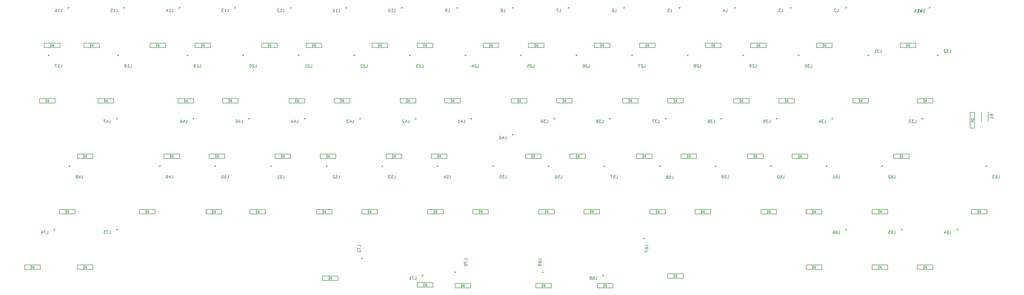
<source format=gbo>
G04 #@! TF.GenerationSoftware,KiCad,Pcbnew,5.0.2-bee76a0~70~ubuntu18.04.1*
G04 #@! TF.CreationDate,2020-02-19T02:44:09+09:00*
G04 #@! TF.ProjectId,thanatos,7468616e-6174-46f7-932e-6b696361645f,rev?*
G04 #@! TF.SameCoordinates,Original*
G04 #@! TF.FileFunction,Legend,Bot*
G04 #@! TF.FilePolarity,Positive*
%FSLAX46Y46*%
G04 Gerber Fmt 4.6, Leading zero omitted, Abs format (unit mm)*
G04 Created by KiCad (PCBNEW 5.0.2-bee76a0~70~ubuntu18.04.1) date 2020年02月19日 02時44分09秒*
%MOMM*%
%LPD*%
G01*
G04 APERTURE LIST*
%ADD10C,0.150000*%
G04 APERTURE END LIST*
D10*
G04 #@! TO.C,R1*
X352107500Y-66611500D02*
X352107500Y-64960500D01*
X352107500Y-66611500D02*
X352107500Y-68262500D01*
X349821500Y-64960500D02*
X349821500Y-68262500D01*
G04 #@! TO.C,D1*
X31615000Y-41600500D02*
X31615000Y-42600500D01*
X31515000Y-42100500D02*
X30615000Y-41600500D01*
X30615000Y-42600500D02*
X31515000Y-42100500D01*
X30615000Y-41600500D02*
X30615000Y-42600500D01*
X28415000Y-41350500D02*
X28415000Y-42850500D01*
X33815000Y-41350500D02*
X33815000Y-42850500D01*
X28415000Y-41350500D02*
X33815000Y-41350500D01*
X33815000Y-42850500D02*
X28415000Y-42850500D01*
G04 #@! TO.C,D2*
X47404000Y-42850500D02*
X42004000Y-42850500D01*
X42004000Y-41350500D02*
X47404000Y-41350500D01*
X47404000Y-41350500D02*
X47404000Y-42850500D01*
X42004000Y-41350500D02*
X42004000Y-42850500D01*
X44204000Y-41600500D02*
X44204000Y-42600500D01*
X44204000Y-42600500D02*
X45104000Y-42100500D01*
X45104000Y-42100500D02*
X44204000Y-41600500D01*
X45204000Y-41600500D02*
X45204000Y-42600500D01*
G04 #@! TO.C,D3*
X67810000Y-41600500D02*
X67810000Y-42600500D01*
X67710000Y-42100500D02*
X66810000Y-41600500D01*
X66810000Y-42600500D02*
X67710000Y-42100500D01*
X66810000Y-41600500D02*
X66810000Y-42600500D01*
X64610000Y-41350500D02*
X64610000Y-42850500D01*
X70010000Y-41350500D02*
X70010000Y-42850500D01*
X64610000Y-41350500D02*
X70010000Y-41350500D01*
X70010000Y-42850500D02*
X64610000Y-42850500D01*
G04 #@! TO.C,D4*
X83304000Y-41600500D02*
X83304000Y-42600500D01*
X83204000Y-42100500D02*
X82304000Y-41600500D01*
X82304000Y-42600500D02*
X83204000Y-42100500D01*
X82304000Y-41600500D02*
X82304000Y-42600500D01*
X80104000Y-41350500D02*
X80104000Y-42850500D01*
X85504000Y-41350500D02*
X85504000Y-42850500D01*
X80104000Y-41350500D02*
X85504000Y-41350500D01*
X85504000Y-42850500D02*
X80104000Y-42850500D01*
G04 #@! TO.C,D5*
X108364000Y-42850500D02*
X102964000Y-42850500D01*
X102964000Y-41350500D02*
X108364000Y-41350500D01*
X108364000Y-41350500D02*
X108364000Y-42850500D01*
X102964000Y-41350500D02*
X102964000Y-42850500D01*
X105164000Y-41600500D02*
X105164000Y-42600500D01*
X105164000Y-42600500D02*
X106064000Y-42100500D01*
X106064000Y-42100500D02*
X105164000Y-41600500D01*
X106164000Y-41600500D02*
X106164000Y-42600500D01*
G04 #@! TO.C,D6*
X121404000Y-41600500D02*
X121404000Y-42600500D01*
X121304000Y-42100500D02*
X120404000Y-41600500D01*
X120404000Y-42600500D02*
X121304000Y-42100500D01*
X120404000Y-41600500D02*
X120404000Y-42600500D01*
X118204000Y-41350500D02*
X118204000Y-42850500D01*
X123604000Y-41350500D02*
X123604000Y-42850500D01*
X118204000Y-41350500D02*
X123604000Y-41350500D01*
X123604000Y-42850500D02*
X118204000Y-42850500D01*
G04 #@! TO.C,D7*
X144007000Y-41600500D02*
X144007000Y-42600500D01*
X143907000Y-42100500D02*
X143007000Y-41600500D01*
X143007000Y-42600500D02*
X143907000Y-42100500D01*
X143007000Y-41600500D02*
X143007000Y-42600500D01*
X140807000Y-41350500D02*
X140807000Y-42850500D01*
X146207000Y-41350500D02*
X146207000Y-42850500D01*
X140807000Y-41350500D02*
X146207000Y-41350500D01*
X146207000Y-42850500D02*
X140807000Y-42850500D01*
G04 #@! TO.C,D8*
X161704000Y-42850500D02*
X156304000Y-42850500D01*
X156304000Y-41350500D02*
X161704000Y-41350500D01*
X161704000Y-41350500D02*
X161704000Y-42850500D01*
X156304000Y-41350500D02*
X156304000Y-42850500D01*
X158504000Y-41600500D02*
X158504000Y-42600500D01*
X158504000Y-42600500D02*
X159404000Y-42100500D01*
X159404000Y-42100500D02*
X158504000Y-41600500D01*
X159504000Y-41600500D02*
X159504000Y-42600500D01*
G04 #@! TO.C,D9*
X184310000Y-42850500D02*
X178910000Y-42850500D01*
X178910000Y-41350500D02*
X184310000Y-41350500D01*
X184310000Y-41350500D02*
X184310000Y-42850500D01*
X178910000Y-41350500D02*
X178910000Y-42850500D01*
X181110000Y-41600500D02*
X181110000Y-42600500D01*
X181110000Y-42600500D02*
X182010000Y-42100500D01*
X182010000Y-42100500D02*
X181110000Y-41600500D01*
X182110000Y-41600500D02*
X182110000Y-42600500D01*
G04 #@! TO.C,D10*
X197604000Y-41600500D02*
X197604000Y-42600500D01*
X197504000Y-42100500D02*
X196604000Y-41600500D01*
X196604000Y-42600500D02*
X197504000Y-42100500D01*
X196604000Y-41600500D02*
X196604000Y-42600500D01*
X194404000Y-41350500D02*
X194404000Y-42850500D01*
X199804000Y-41350500D02*
X199804000Y-42850500D01*
X194404000Y-41350500D02*
X199804000Y-41350500D01*
X199804000Y-42850500D02*
X194404000Y-42850500D01*
G04 #@! TO.C,D11*
X222410000Y-42850500D02*
X217010000Y-42850500D01*
X217010000Y-41350500D02*
X222410000Y-41350500D01*
X222410000Y-41350500D02*
X222410000Y-42850500D01*
X217010000Y-41350500D02*
X217010000Y-42850500D01*
X219210000Y-41600500D02*
X219210000Y-42600500D01*
X219210000Y-42600500D02*
X220110000Y-42100500D01*
X220110000Y-42100500D02*
X219210000Y-41600500D01*
X220210000Y-41600500D02*
X220210000Y-42600500D01*
G04 #@! TO.C,D12*
X237904000Y-42850500D02*
X232504000Y-42850500D01*
X232504000Y-41350500D02*
X237904000Y-41350500D01*
X237904000Y-41350500D02*
X237904000Y-42850500D01*
X232504000Y-41350500D02*
X232504000Y-42850500D01*
X234704000Y-41600500D02*
X234704000Y-42600500D01*
X234704000Y-42600500D02*
X235604000Y-42100500D01*
X235604000Y-42100500D02*
X234704000Y-41600500D01*
X235704000Y-41600500D02*
X235704000Y-42600500D01*
G04 #@! TO.C,D13*
X260510000Y-42850500D02*
X255110000Y-42850500D01*
X255110000Y-41350500D02*
X260510000Y-41350500D01*
X260510000Y-41350500D02*
X260510000Y-42850500D01*
X255110000Y-41350500D02*
X255110000Y-42850500D01*
X257310000Y-41600500D02*
X257310000Y-42600500D01*
X257310000Y-42600500D02*
X258210000Y-42100500D01*
X258210000Y-42100500D02*
X257310000Y-41600500D01*
X258310000Y-41600500D02*
X258310000Y-42600500D01*
G04 #@! TO.C,D14*
X276004000Y-42850500D02*
X270604000Y-42850500D01*
X270604000Y-41350500D02*
X276004000Y-41350500D01*
X276004000Y-41350500D02*
X276004000Y-42850500D01*
X270604000Y-41350500D02*
X270604000Y-42850500D01*
X272804000Y-41600500D02*
X272804000Y-42600500D01*
X272804000Y-42600500D02*
X273704000Y-42100500D01*
X273704000Y-42100500D02*
X272804000Y-41600500D01*
X273804000Y-41600500D02*
X273804000Y-42600500D01*
G04 #@! TO.C,D15*
X298610000Y-42850500D02*
X293210000Y-42850500D01*
X293210000Y-41350500D02*
X298610000Y-41350500D01*
X298610000Y-41350500D02*
X298610000Y-42850500D01*
X293210000Y-41350500D02*
X293210000Y-42850500D01*
X295410000Y-41600500D02*
X295410000Y-42600500D01*
X295410000Y-42600500D02*
X296310000Y-42100500D01*
X296310000Y-42100500D02*
X295410000Y-41600500D01*
X296410000Y-41600500D02*
X296410000Y-42600500D01*
G04 #@! TO.C,D16*
X324112000Y-42600500D02*
X324112000Y-41600500D01*
X324212000Y-42100500D02*
X325112000Y-42600500D01*
X325112000Y-41600500D02*
X324212000Y-42100500D01*
X325112000Y-42600500D02*
X325112000Y-41600500D01*
X327312000Y-42850500D02*
X327312000Y-41350500D01*
X321912000Y-42850500D02*
X321912000Y-41350500D01*
X327312000Y-42850500D02*
X321912000Y-42850500D01*
X321912000Y-41350500D02*
X327312000Y-41350500D01*
G04 #@! TO.C,D17*
X29964000Y-60650500D02*
X29964000Y-61650500D01*
X29864000Y-61150500D02*
X28964000Y-60650500D01*
X28964000Y-61650500D02*
X29864000Y-61150500D01*
X28964000Y-60650500D02*
X28964000Y-61650500D01*
X26764000Y-60400500D02*
X26764000Y-61900500D01*
X32164000Y-60400500D02*
X32164000Y-61900500D01*
X26764000Y-60400500D02*
X32164000Y-60400500D01*
X32164000Y-61900500D02*
X26764000Y-61900500D01*
G04 #@! TO.C,D18*
X52230000Y-61900500D02*
X46830000Y-61900500D01*
X46830000Y-60400500D02*
X52230000Y-60400500D01*
X52230000Y-60400500D02*
X52230000Y-61900500D01*
X46830000Y-60400500D02*
X46830000Y-61900500D01*
X49030000Y-60650500D02*
X49030000Y-61650500D01*
X49030000Y-61650500D02*
X49930000Y-61150500D01*
X49930000Y-61150500D02*
X49030000Y-60650500D01*
X50030000Y-60650500D02*
X50030000Y-61650500D01*
G04 #@! TO.C,D19*
X77462000Y-60650500D02*
X77462000Y-61650500D01*
X77362000Y-61150500D02*
X76462000Y-60650500D01*
X76462000Y-61650500D02*
X77362000Y-61150500D01*
X76462000Y-60650500D02*
X76462000Y-61650500D01*
X74262000Y-60400500D02*
X74262000Y-61900500D01*
X79662000Y-60400500D02*
X79662000Y-61900500D01*
X74262000Y-60400500D02*
X79662000Y-60400500D01*
X79662000Y-61900500D02*
X74262000Y-61900500D01*
G04 #@! TO.C,D20*
X92702000Y-60650500D02*
X92702000Y-61650500D01*
X92602000Y-61150500D02*
X91702000Y-60650500D01*
X91702000Y-61650500D02*
X92602000Y-61150500D01*
X91702000Y-60650500D02*
X91702000Y-61650500D01*
X89502000Y-60400500D02*
X89502000Y-61900500D01*
X94902000Y-60400500D02*
X94902000Y-61900500D01*
X89502000Y-60400500D02*
X94902000Y-60400500D01*
X94902000Y-61900500D02*
X89502000Y-61900500D01*
G04 #@! TO.C,D21*
X117762000Y-61900500D02*
X112362000Y-61900500D01*
X112362000Y-60400500D02*
X117762000Y-60400500D01*
X117762000Y-60400500D02*
X117762000Y-61900500D01*
X112362000Y-60400500D02*
X112362000Y-61900500D01*
X114562000Y-60650500D02*
X114562000Y-61650500D01*
X114562000Y-61650500D02*
X115462000Y-61150500D01*
X115462000Y-61150500D02*
X114562000Y-60650500D01*
X115562000Y-60650500D02*
X115562000Y-61650500D01*
G04 #@! TO.C,D22*
X131056000Y-60650500D02*
X131056000Y-61650500D01*
X130956000Y-61150500D02*
X130056000Y-60650500D01*
X130056000Y-61650500D02*
X130956000Y-61150500D01*
X130056000Y-60650500D02*
X130056000Y-61650500D01*
X127856000Y-60400500D02*
X127856000Y-61900500D01*
X133256000Y-60400500D02*
X133256000Y-61900500D01*
X127856000Y-60400500D02*
X133256000Y-60400500D01*
X133256000Y-61900500D02*
X127856000Y-61900500D01*
G04 #@! TO.C,D23*
X155862000Y-61900500D02*
X150462000Y-61900500D01*
X150462000Y-60400500D02*
X155862000Y-60400500D01*
X155862000Y-60400500D02*
X155862000Y-61900500D01*
X150462000Y-60400500D02*
X150462000Y-61900500D01*
X152662000Y-60650500D02*
X152662000Y-61650500D01*
X152662000Y-61650500D02*
X153562000Y-61150500D01*
X153562000Y-61150500D02*
X152662000Y-60650500D01*
X153662000Y-60650500D02*
X153662000Y-61650500D01*
G04 #@! TO.C,D24*
X171102000Y-61900500D02*
X165702000Y-61900500D01*
X165702000Y-60400500D02*
X171102000Y-60400500D01*
X171102000Y-60400500D02*
X171102000Y-61900500D01*
X165702000Y-60400500D02*
X165702000Y-61900500D01*
X167902000Y-60650500D02*
X167902000Y-61650500D01*
X167902000Y-61650500D02*
X168802000Y-61150500D01*
X168802000Y-61150500D02*
X167902000Y-60650500D01*
X168902000Y-60650500D02*
X168902000Y-61650500D01*
G04 #@! TO.C,D25*
X193962000Y-61900500D02*
X188562000Y-61900500D01*
X188562000Y-60400500D02*
X193962000Y-60400500D01*
X193962000Y-60400500D02*
X193962000Y-61900500D01*
X188562000Y-60400500D02*
X188562000Y-61900500D01*
X190762000Y-60650500D02*
X190762000Y-61650500D01*
X190762000Y-61650500D02*
X191662000Y-61150500D01*
X191662000Y-61150500D02*
X190762000Y-60650500D01*
X191762000Y-60650500D02*
X191762000Y-61650500D01*
G04 #@! TO.C,D26*
X209456000Y-61900500D02*
X204056000Y-61900500D01*
X204056000Y-60400500D02*
X209456000Y-60400500D01*
X209456000Y-60400500D02*
X209456000Y-61900500D01*
X204056000Y-60400500D02*
X204056000Y-61900500D01*
X206256000Y-60650500D02*
X206256000Y-61650500D01*
X206256000Y-61650500D02*
X207156000Y-61150500D01*
X207156000Y-61150500D02*
X206256000Y-60650500D01*
X207256000Y-60650500D02*
X207256000Y-61650500D01*
G04 #@! TO.C,D27*
X232062000Y-61900500D02*
X226662000Y-61900500D01*
X226662000Y-60400500D02*
X232062000Y-60400500D01*
X232062000Y-60400500D02*
X232062000Y-61900500D01*
X226662000Y-60400500D02*
X226662000Y-61900500D01*
X228862000Y-60650500D02*
X228862000Y-61650500D01*
X228862000Y-61650500D02*
X229762000Y-61150500D01*
X229762000Y-61150500D02*
X228862000Y-60650500D01*
X229862000Y-60650500D02*
X229862000Y-61650500D01*
G04 #@! TO.C,D28*
X245356000Y-60650500D02*
X245356000Y-61650500D01*
X245256000Y-61150500D02*
X244356000Y-60650500D01*
X244356000Y-61650500D02*
X245256000Y-61150500D01*
X244356000Y-60650500D02*
X244356000Y-61650500D01*
X242156000Y-60400500D02*
X242156000Y-61900500D01*
X247556000Y-60400500D02*
X247556000Y-61900500D01*
X242156000Y-60400500D02*
X247556000Y-60400500D01*
X247556000Y-61900500D02*
X242156000Y-61900500D01*
G04 #@! TO.C,D29*
X267962000Y-60650500D02*
X267962000Y-61650500D01*
X267862000Y-61150500D02*
X266962000Y-60650500D01*
X266962000Y-61650500D02*
X267862000Y-61150500D01*
X266962000Y-60650500D02*
X266962000Y-61650500D01*
X264762000Y-60400500D02*
X264762000Y-61900500D01*
X270162000Y-60400500D02*
X270162000Y-61900500D01*
X264762000Y-60400500D02*
X270162000Y-60400500D01*
X270162000Y-61900500D02*
X264762000Y-61900500D01*
G04 #@! TO.C,D30*
X283456000Y-60650500D02*
X283456000Y-61650500D01*
X283356000Y-61150500D02*
X282456000Y-60650500D01*
X282456000Y-61650500D02*
X283356000Y-61150500D01*
X282456000Y-60650500D02*
X282456000Y-61650500D01*
X280256000Y-60400500D02*
X280256000Y-61900500D01*
X285656000Y-60400500D02*
X285656000Y-61900500D01*
X280256000Y-60400500D02*
X285656000Y-60400500D01*
X285656000Y-61900500D02*
X280256000Y-61900500D01*
G04 #@! TO.C,D31*
X308856000Y-60650500D02*
X308856000Y-61650500D01*
X308756000Y-61150500D02*
X307856000Y-60650500D01*
X307856000Y-61650500D02*
X308756000Y-61150500D01*
X307856000Y-60650500D02*
X307856000Y-61650500D01*
X305656000Y-60400500D02*
X305656000Y-61900500D01*
X311056000Y-60400500D02*
X311056000Y-61900500D01*
X305656000Y-60400500D02*
X311056000Y-60400500D01*
X311056000Y-61900500D02*
X305656000Y-61900500D01*
G04 #@! TO.C,D32*
X333154000Y-61900500D02*
X327754000Y-61900500D01*
X327754000Y-60400500D02*
X333154000Y-60400500D01*
X333154000Y-60400500D02*
X333154000Y-61900500D01*
X327754000Y-60400500D02*
X327754000Y-61900500D01*
X329954000Y-60650500D02*
X329954000Y-61650500D01*
X329954000Y-61650500D02*
X330854000Y-61150500D01*
X330854000Y-61150500D02*
X329954000Y-60650500D01*
X330954000Y-60650500D02*
X330954000Y-61650500D01*
G04 #@! TO.C,D33*
X45118000Y-80950500D02*
X39718000Y-80950500D01*
X39718000Y-79450500D02*
X45118000Y-79450500D01*
X45118000Y-79450500D02*
X45118000Y-80950500D01*
X39718000Y-79450500D02*
X39718000Y-80950500D01*
X41918000Y-79700500D02*
X41918000Y-80700500D01*
X41918000Y-80700500D02*
X42818000Y-80200500D01*
X42818000Y-80200500D02*
X41918000Y-79700500D01*
X42918000Y-79700500D02*
X42918000Y-80700500D01*
G04 #@! TO.C,D34*
X72636000Y-79700500D02*
X72636000Y-80700500D01*
X72536000Y-80200500D02*
X71636000Y-79700500D01*
X71636000Y-80700500D02*
X72536000Y-80200500D01*
X71636000Y-79700500D02*
X71636000Y-80700500D01*
X69436000Y-79450500D02*
X69436000Y-80950500D01*
X74836000Y-79450500D02*
X74836000Y-80950500D01*
X69436000Y-79450500D02*
X74836000Y-79450500D01*
X74836000Y-80950500D02*
X69436000Y-80950500D01*
G04 #@! TO.C,D35*
X90330000Y-80950500D02*
X84930000Y-80950500D01*
X84930000Y-79450500D02*
X90330000Y-79450500D01*
X90330000Y-79450500D02*
X90330000Y-80950500D01*
X84930000Y-79450500D02*
X84930000Y-80950500D01*
X87130000Y-79700500D02*
X87130000Y-80700500D01*
X87130000Y-80700500D02*
X88030000Y-80200500D01*
X88030000Y-80200500D02*
X87130000Y-79700500D01*
X88130000Y-79700500D02*
X88130000Y-80700500D01*
G04 #@! TO.C,D36*
X112936000Y-80950500D02*
X107536000Y-80950500D01*
X107536000Y-79450500D02*
X112936000Y-79450500D01*
X112936000Y-79450500D02*
X112936000Y-80950500D01*
X107536000Y-79450500D02*
X107536000Y-80950500D01*
X109736000Y-79700500D02*
X109736000Y-80700500D01*
X109736000Y-80700500D02*
X110636000Y-80200500D01*
X110636000Y-80200500D02*
X109736000Y-79700500D01*
X110736000Y-79700500D02*
X110736000Y-80700500D01*
G04 #@! TO.C,D37*
X128430000Y-80950500D02*
X123030000Y-80950500D01*
X123030000Y-79450500D02*
X128430000Y-79450500D01*
X128430000Y-79450500D02*
X128430000Y-80950500D01*
X123030000Y-79450500D02*
X123030000Y-80950500D01*
X125230000Y-79700500D02*
X125230000Y-80700500D01*
X125230000Y-80700500D02*
X126130000Y-80200500D01*
X126130000Y-80200500D02*
X125230000Y-79700500D01*
X126230000Y-79700500D02*
X126230000Y-80700500D01*
G04 #@! TO.C,D38*
X148836000Y-79700500D02*
X148836000Y-80700500D01*
X148736000Y-80200500D02*
X147836000Y-79700500D01*
X147836000Y-80700500D02*
X148736000Y-80200500D01*
X147836000Y-79700500D02*
X147836000Y-80700500D01*
X145636000Y-79450500D02*
X145636000Y-80950500D01*
X151036000Y-79450500D02*
X151036000Y-80950500D01*
X145636000Y-79450500D02*
X151036000Y-79450500D01*
X151036000Y-80950500D02*
X145636000Y-80950500D01*
G04 #@! TO.C,D39*
X164330000Y-79700500D02*
X164330000Y-80700500D01*
X164230000Y-80200500D02*
X163330000Y-79700500D01*
X163330000Y-80700500D02*
X164230000Y-80200500D01*
X163330000Y-79700500D02*
X163330000Y-80700500D01*
X161130000Y-79450500D02*
X161130000Y-80950500D01*
X166530000Y-79450500D02*
X166530000Y-80950500D01*
X161130000Y-79450500D02*
X166530000Y-79450500D01*
X166530000Y-80950500D02*
X161130000Y-80950500D01*
G04 #@! TO.C,D40*
X198788000Y-80950500D02*
X193388000Y-80950500D01*
X193388000Y-79450500D02*
X198788000Y-79450500D01*
X198788000Y-79450500D02*
X198788000Y-80950500D01*
X193388000Y-79450500D02*
X193388000Y-80950500D01*
X195588000Y-79700500D02*
X195588000Y-80700500D01*
X195588000Y-80700500D02*
X196488000Y-80200500D01*
X196488000Y-80200500D02*
X195588000Y-79700500D01*
X196588000Y-79700500D02*
X196588000Y-80700500D01*
G04 #@! TO.C,D41*
X211828000Y-79700500D02*
X211828000Y-80700500D01*
X211728000Y-80200500D02*
X210828000Y-79700500D01*
X210828000Y-80700500D02*
X211728000Y-80200500D01*
X210828000Y-79700500D02*
X210828000Y-80700500D01*
X208628000Y-79450500D02*
X208628000Y-80950500D01*
X214028000Y-79450500D02*
X214028000Y-80950500D01*
X208628000Y-79450500D02*
X214028000Y-79450500D01*
X214028000Y-80950500D02*
X208628000Y-80950500D01*
G04 #@! TO.C,D42*
X236888000Y-80950500D02*
X231488000Y-80950500D01*
X231488000Y-79450500D02*
X236888000Y-79450500D01*
X236888000Y-79450500D02*
X236888000Y-80950500D01*
X231488000Y-79450500D02*
X231488000Y-80950500D01*
X233688000Y-79700500D02*
X233688000Y-80700500D01*
X233688000Y-80700500D02*
X234588000Y-80200500D01*
X234588000Y-80200500D02*
X233688000Y-79700500D01*
X234688000Y-79700500D02*
X234688000Y-80700500D01*
G04 #@! TO.C,D43*
X252128000Y-80950500D02*
X246728000Y-80950500D01*
X246728000Y-79450500D02*
X252128000Y-79450500D01*
X252128000Y-79450500D02*
X252128000Y-80950500D01*
X246728000Y-79450500D02*
X246728000Y-80950500D01*
X248928000Y-79700500D02*
X248928000Y-80700500D01*
X248928000Y-80700500D02*
X249828000Y-80200500D01*
X249828000Y-80200500D02*
X248928000Y-79700500D01*
X249928000Y-79700500D02*
X249928000Y-80700500D01*
G04 #@! TO.C,D44*
X274988000Y-80950500D02*
X269588000Y-80950500D01*
X269588000Y-79450500D02*
X274988000Y-79450500D01*
X274988000Y-79450500D02*
X274988000Y-80950500D01*
X269588000Y-79450500D02*
X269588000Y-80950500D01*
X271788000Y-79700500D02*
X271788000Y-80700500D01*
X271788000Y-80700500D02*
X272688000Y-80200500D01*
X272688000Y-80200500D02*
X271788000Y-79700500D01*
X272788000Y-79700500D02*
X272788000Y-80700500D01*
G04 #@! TO.C,D45*
X290228000Y-80950500D02*
X284828000Y-80950500D01*
X284828000Y-79450500D02*
X290228000Y-79450500D01*
X290228000Y-79450500D02*
X290228000Y-80950500D01*
X284828000Y-79450500D02*
X284828000Y-80950500D01*
X287028000Y-79700500D02*
X287028000Y-80700500D01*
X287028000Y-80700500D02*
X287928000Y-80200500D01*
X287928000Y-80200500D02*
X287028000Y-79700500D01*
X288028000Y-79700500D02*
X288028000Y-80700500D01*
G04 #@! TO.C,D46*
X325026000Y-80950500D02*
X319626000Y-80950500D01*
X319626000Y-79450500D02*
X325026000Y-79450500D01*
X325026000Y-79450500D02*
X325026000Y-80950500D01*
X319626000Y-79450500D02*
X319626000Y-80950500D01*
X321826000Y-79700500D02*
X321826000Y-80700500D01*
X321826000Y-80700500D02*
X322726000Y-80200500D01*
X322726000Y-80200500D02*
X321826000Y-79700500D01*
X322826000Y-79700500D02*
X322826000Y-80700500D01*
G04 #@! TO.C,D47*
X39022000Y-100000500D02*
X33622000Y-100000500D01*
X33622000Y-98500500D02*
X39022000Y-98500500D01*
X39022000Y-98500500D02*
X39022000Y-100000500D01*
X33622000Y-98500500D02*
X33622000Y-100000500D01*
X35822000Y-98750500D02*
X35822000Y-99750500D01*
X35822000Y-99750500D02*
X36722000Y-99250500D01*
X36722000Y-99250500D02*
X35822000Y-98750500D01*
X36822000Y-98750500D02*
X36822000Y-99750500D01*
G04 #@! TO.C,D48*
X64254000Y-98750500D02*
X64254000Y-99750500D01*
X64154000Y-99250500D02*
X63254000Y-98750500D01*
X63254000Y-99750500D02*
X64154000Y-99250500D01*
X63254000Y-98750500D02*
X63254000Y-99750500D01*
X61054000Y-98500500D02*
X61054000Y-100000500D01*
X66454000Y-98500500D02*
X66454000Y-100000500D01*
X61054000Y-98500500D02*
X66454000Y-98500500D01*
X66454000Y-100000500D02*
X61054000Y-100000500D01*
G04 #@! TO.C,D49*
X87114000Y-98750500D02*
X87114000Y-99750500D01*
X87014000Y-99250500D02*
X86114000Y-98750500D01*
X86114000Y-99750500D02*
X87014000Y-99250500D01*
X86114000Y-98750500D02*
X86114000Y-99750500D01*
X83914000Y-98500500D02*
X83914000Y-100000500D01*
X89314000Y-98500500D02*
X89314000Y-100000500D01*
X83914000Y-98500500D02*
X89314000Y-98500500D01*
X89314000Y-100000500D02*
X83914000Y-100000500D01*
G04 #@! TO.C,D50*
X102100000Y-98750500D02*
X102100000Y-99750500D01*
X102000000Y-99250500D02*
X101100000Y-98750500D01*
X101100000Y-99750500D02*
X102000000Y-99250500D01*
X101100000Y-98750500D02*
X101100000Y-99750500D01*
X98900000Y-98500500D02*
X98900000Y-100000500D01*
X104300000Y-98500500D02*
X104300000Y-100000500D01*
X98900000Y-98500500D02*
X104300000Y-98500500D01*
X104300000Y-100000500D02*
X98900000Y-100000500D01*
G04 #@! TO.C,D51*
X124960000Y-98750500D02*
X124960000Y-99750500D01*
X124860000Y-99250500D02*
X123960000Y-98750500D01*
X123960000Y-99750500D02*
X124860000Y-99250500D01*
X123960000Y-98750500D02*
X123960000Y-99750500D01*
X121760000Y-98500500D02*
X121760000Y-100000500D01*
X127160000Y-98500500D02*
X127160000Y-100000500D01*
X121760000Y-98500500D02*
X127160000Y-98500500D01*
X127160000Y-100000500D02*
X121760000Y-100000500D01*
G04 #@! TO.C,D52*
X142654000Y-100000500D02*
X137254000Y-100000500D01*
X137254000Y-98500500D02*
X142654000Y-98500500D01*
X142654000Y-98500500D02*
X142654000Y-100000500D01*
X137254000Y-98500500D02*
X137254000Y-100000500D01*
X139454000Y-98750500D02*
X139454000Y-99750500D01*
X139454000Y-99750500D02*
X140354000Y-99250500D01*
X140354000Y-99250500D02*
X139454000Y-98750500D01*
X140454000Y-98750500D02*
X140454000Y-99750500D01*
G04 #@! TO.C,D53*
X163060000Y-98750500D02*
X163060000Y-99750500D01*
X162960000Y-99250500D02*
X162060000Y-98750500D01*
X162060000Y-99750500D02*
X162960000Y-99250500D01*
X162060000Y-98750500D02*
X162060000Y-99750500D01*
X159860000Y-98500500D02*
X159860000Y-100000500D01*
X165260000Y-98500500D02*
X165260000Y-100000500D01*
X159860000Y-98500500D02*
X165260000Y-98500500D01*
X165260000Y-100000500D02*
X159860000Y-100000500D01*
G04 #@! TO.C,D54*
X178554000Y-98750500D02*
X178554000Y-99750500D01*
X178454000Y-99250500D02*
X177554000Y-98750500D01*
X177554000Y-99750500D02*
X178454000Y-99250500D01*
X177554000Y-98750500D02*
X177554000Y-99750500D01*
X175354000Y-98500500D02*
X175354000Y-100000500D01*
X180754000Y-98500500D02*
X180754000Y-100000500D01*
X175354000Y-98500500D02*
X180754000Y-98500500D01*
X180754000Y-100000500D02*
X175354000Y-100000500D01*
G04 #@! TO.C,D55*
X203360000Y-100000500D02*
X197960000Y-100000500D01*
X197960000Y-98500500D02*
X203360000Y-98500500D01*
X203360000Y-98500500D02*
X203360000Y-100000500D01*
X197960000Y-98500500D02*
X197960000Y-100000500D01*
X200160000Y-98750500D02*
X200160000Y-99750500D01*
X200160000Y-99750500D02*
X201060000Y-99250500D01*
X201060000Y-99250500D02*
X200160000Y-98750500D01*
X201160000Y-98750500D02*
X201160000Y-99750500D01*
G04 #@! TO.C,D56*
X216654000Y-98750500D02*
X216654000Y-99750500D01*
X216554000Y-99250500D02*
X215654000Y-98750500D01*
X215654000Y-99750500D02*
X216554000Y-99250500D01*
X215654000Y-98750500D02*
X215654000Y-99750500D01*
X213454000Y-98500500D02*
X213454000Y-100000500D01*
X218854000Y-98500500D02*
X218854000Y-100000500D01*
X213454000Y-98500500D02*
X218854000Y-98500500D01*
X218854000Y-100000500D02*
X213454000Y-100000500D01*
G04 #@! TO.C,D57*
X239260000Y-98750500D02*
X239260000Y-99750500D01*
X239160000Y-99250500D02*
X238260000Y-98750500D01*
X238260000Y-99750500D02*
X239160000Y-99250500D01*
X238260000Y-98750500D02*
X238260000Y-99750500D01*
X236060000Y-98500500D02*
X236060000Y-100000500D01*
X241460000Y-98500500D02*
X241460000Y-100000500D01*
X236060000Y-98500500D02*
X241460000Y-98500500D01*
X241460000Y-100000500D02*
X236060000Y-100000500D01*
G04 #@! TO.C,D58*
X254754000Y-98750500D02*
X254754000Y-99750500D01*
X254654000Y-99250500D02*
X253754000Y-98750500D01*
X253754000Y-99750500D02*
X254654000Y-99250500D01*
X253754000Y-98750500D02*
X253754000Y-99750500D01*
X251554000Y-98500500D02*
X251554000Y-100000500D01*
X256954000Y-98500500D02*
X256954000Y-100000500D01*
X251554000Y-98500500D02*
X256954000Y-98500500D01*
X256954000Y-100000500D02*
X251554000Y-100000500D01*
G04 #@! TO.C,D59*
X277360000Y-98750500D02*
X277360000Y-99750500D01*
X277260000Y-99250500D02*
X276360000Y-98750500D01*
X276360000Y-99750500D02*
X277260000Y-99250500D01*
X276360000Y-98750500D02*
X276360000Y-99750500D01*
X274160000Y-98500500D02*
X274160000Y-100000500D01*
X279560000Y-98500500D02*
X279560000Y-100000500D01*
X274160000Y-98500500D02*
X279560000Y-98500500D01*
X279560000Y-100000500D02*
X274160000Y-100000500D01*
G04 #@! TO.C,D60*
X292854000Y-98750500D02*
X292854000Y-99750500D01*
X292754000Y-99250500D02*
X291854000Y-98750500D01*
X291854000Y-99750500D02*
X292754000Y-99250500D01*
X291854000Y-98750500D02*
X291854000Y-99750500D01*
X289654000Y-98500500D02*
X289654000Y-100000500D01*
X295054000Y-98500500D02*
X295054000Y-100000500D01*
X289654000Y-98500500D02*
X295054000Y-98500500D01*
X295054000Y-100000500D02*
X289654000Y-100000500D01*
G04 #@! TO.C,D61*
X315460000Y-98750500D02*
X315460000Y-99750500D01*
X315360000Y-99250500D02*
X314460000Y-98750500D01*
X314460000Y-99750500D02*
X315360000Y-99250500D01*
X314460000Y-98750500D02*
X314460000Y-99750500D01*
X312260000Y-98500500D02*
X312260000Y-100000500D01*
X317660000Y-98500500D02*
X317660000Y-100000500D01*
X312260000Y-98500500D02*
X317660000Y-98500500D01*
X317660000Y-100000500D02*
X312260000Y-100000500D01*
G04 #@! TO.C,D62*
X349496000Y-98750500D02*
X349496000Y-99750500D01*
X349396000Y-99250500D02*
X348496000Y-98750500D01*
X348496000Y-99750500D02*
X349396000Y-99250500D01*
X348496000Y-98750500D02*
X348496000Y-99750500D01*
X346296000Y-98500500D02*
X346296000Y-100000500D01*
X351696000Y-98500500D02*
X351696000Y-100000500D01*
X346296000Y-98500500D02*
X351696000Y-98500500D01*
X351696000Y-100000500D02*
X346296000Y-100000500D01*
G04 #@! TO.C,D63*
X24884000Y-117800000D02*
X24884000Y-118800000D01*
X24784000Y-118300000D02*
X23884000Y-117800000D01*
X23884000Y-118800000D02*
X24784000Y-118300000D01*
X23884000Y-117800000D02*
X23884000Y-118800000D01*
X21684000Y-117550000D02*
X21684000Y-119050000D01*
X27084000Y-117550000D02*
X27084000Y-119050000D01*
X21684000Y-117550000D02*
X27084000Y-117550000D01*
X27084000Y-119050000D02*
X21684000Y-119050000D01*
G04 #@! TO.C,D64*
X45118000Y-119050000D02*
X39718000Y-119050000D01*
X39718000Y-117550000D02*
X45118000Y-117550000D01*
X45118000Y-117550000D02*
X45118000Y-119050000D01*
X39718000Y-117550000D02*
X39718000Y-119050000D01*
X41918000Y-117800000D02*
X41918000Y-118800000D01*
X41918000Y-118800000D02*
X42818000Y-118300000D01*
X42818000Y-118300000D02*
X41918000Y-117800000D01*
X42918000Y-117800000D02*
X42918000Y-118800000D01*
G04 #@! TO.C,D65*
X129192000Y-122860000D02*
X123792000Y-122860000D01*
X123792000Y-121360000D02*
X129192000Y-121360000D01*
X129192000Y-121360000D02*
X129192000Y-122860000D01*
X123792000Y-121360000D02*
X123792000Y-122860000D01*
X125992000Y-121610000D02*
X125992000Y-122610000D01*
X125992000Y-122610000D02*
X126892000Y-122110000D01*
X126892000Y-122110000D02*
X125992000Y-121610000D01*
X126992000Y-121610000D02*
X126992000Y-122610000D01*
G04 #@! TO.C,D66*
X159504000Y-123896000D02*
X159504000Y-124896000D01*
X159404000Y-124396000D02*
X158504000Y-123896000D01*
X158504000Y-124896000D02*
X159404000Y-124396000D01*
X158504000Y-123896000D02*
X158504000Y-124896000D01*
X156304000Y-123646000D02*
X156304000Y-125146000D01*
X161704000Y-123646000D02*
X161704000Y-125146000D01*
X156304000Y-123646000D02*
X161704000Y-123646000D01*
X161704000Y-125146000D02*
X156304000Y-125146000D01*
G04 #@! TO.C,D67*
X174658000Y-125400000D02*
X169258000Y-125400000D01*
X169258000Y-123900000D02*
X174658000Y-123900000D01*
X174658000Y-123900000D02*
X174658000Y-125400000D01*
X169258000Y-123900000D02*
X169258000Y-125400000D01*
X171458000Y-124150000D02*
X171458000Y-125150000D01*
X171458000Y-125150000D02*
X172358000Y-124650000D01*
X172358000Y-124650000D02*
X171458000Y-124150000D01*
X172458000Y-124150000D02*
X172458000Y-125150000D01*
G04 #@! TO.C,D68*
X200144000Y-124150000D02*
X200144000Y-125150000D01*
X200044000Y-124650000D02*
X199144000Y-124150000D01*
X199144000Y-125150000D02*
X200044000Y-124650000D01*
X199144000Y-124150000D02*
X199144000Y-125150000D01*
X196944000Y-123900000D02*
X196944000Y-125400000D01*
X202344000Y-123900000D02*
X202344000Y-125400000D01*
X196944000Y-123900000D02*
X202344000Y-123900000D01*
X202344000Y-125400000D02*
X196944000Y-125400000D01*
G04 #@! TO.C,D69*
X221226000Y-124150000D02*
X221226000Y-125150000D01*
X221126000Y-124650000D02*
X220226000Y-124150000D01*
X220226000Y-125150000D02*
X221126000Y-124650000D01*
X220226000Y-124150000D02*
X220226000Y-125150000D01*
X218026000Y-123900000D02*
X218026000Y-125400000D01*
X223426000Y-123900000D02*
X223426000Y-125400000D01*
X218026000Y-123900000D02*
X223426000Y-123900000D01*
X223426000Y-125400000D02*
X218026000Y-125400000D01*
G04 #@! TO.C,D70*
X245356000Y-120848000D02*
X245356000Y-121848000D01*
X245256000Y-121348000D02*
X244356000Y-120848000D01*
X244356000Y-121848000D02*
X245256000Y-121348000D01*
X244356000Y-120848000D02*
X244356000Y-121848000D01*
X242156000Y-120598000D02*
X242156000Y-122098000D01*
X247556000Y-120598000D02*
X247556000Y-122098000D01*
X242156000Y-120598000D02*
X247556000Y-120598000D01*
X247556000Y-122098000D02*
X242156000Y-122098000D01*
G04 #@! TO.C,D71*
X295054000Y-119050000D02*
X289654000Y-119050000D01*
X289654000Y-117550000D02*
X295054000Y-117550000D01*
X295054000Y-117550000D02*
X295054000Y-119050000D01*
X289654000Y-117550000D02*
X289654000Y-119050000D01*
X291854000Y-117800000D02*
X291854000Y-118800000D01*
X291854000Y-118800000D02*
X292754000Y-118300000D01*
X292754000Y-118300000D02*
X291854000Y-117800000D01*
X292854000Y-117800000D02*
X292854000Y-118800000D01*
G04 #@! TO.C,D72*
X317660000Y-119050000D02*
X312260000Y-119050000D01*
X312260000Y-117550000D02*
X317660000Y-117550000D01*
X317660000Y-117550000D02*
X317660000Y-119050000D01*
X312260000Y-117550000D02*
X312260000Y-119050000D01*
X314460000Y-117800000D02*
X314460000Y-118800000D01*
X314460000Y-118800000D02*
X315360000Y-118300000D01*
X315360000Y-118300000D02*
X314460000Y-117800000D01*
X315460000Y-117800000D02*
X315460000Y-118800000D01*
G04 #@! TO.C,D73*
X333157000Y-119050000D02*
X327757000Y-119050000D01*
X327757000Y-117550000D02*
X333157000Y-117550000D01*
X333157000Y-117550000D02*
X333157000Y-119050000D01*
X327757000Y-117550000D02*
X327757000Y-119050000D01*
X329957000Y-117800000D02*
X329957000Y-118800000D01*
X329957000Y-118800000D02*
X330857000Y-118300000D01*
X330857000Y-118300000D02*
X329957000Y-117800000D01*
X330957000Y-117800000D02*
X330957000Y-118800000D01*
G04 #@! TO.C,D74*
X345896500Y-70581500D02*
X345896500Y-65181500D01*
X347396500Y-65181500D02*
X347396500Y-70581500D01*
X347396500Y-70581500D02*
X345896500Y-70581500D01*
X347396500Y-65181500D02*
X345896500Y-65181500D01*
X347146500Y-67381500D02*
X346146500Y-67381500D01*
X346146500Y-67381500D02*
X346646500Y-68281500D01*
X346646500Y-68281500D02*
X347146500Y-67381500D01*
X347146500Y-68381500D02*
X346146500Y-68381500D01*
G04 #@! TO.C,L1*
X331762000Y-29376500D02*
X332112000Y-29376500D01*
X332112000Y-29026500D02*
X331762000Y-29376500D01*
X332112000Y-29376500D02*
X332112000Y-29026500D01*
G04 #@! TO.C,L2*
X303538000Y-29376500D02*
X303538000Y-29026500D01*
X303538000Y-29026500D02*
X303188000Y-29376500D01*
X303188000Y-29376500D02*
X303538000Y-29376500D01*
G04 #@! TO.C,L3*
X284488000Y-29376500D02*
X284488000Y-29026500D01*
X284488000Y-29026500D02*
X284138000Y-29376500D01*
X284138000Y-29376500D02*
X284488000Y-29376500D01*
G04 #@! TO.C,L4*
X265088000Y-29376500D02*
X265438000Y-29376500D01*
X265438000Y-29026500D02*
X265088000Y-29376500D01*
X265438000Y-29376500D02*
X265438000Y-29026500D01*
G04 #@! TO.C,L5*
X246388000Y-29376500D02*
X246388000Y-29026500D01*
X246388000Y-29026500D02*
X246038000Y-29376500D01*
X246038000Y-29376500D02*
X246388000Y-29376500D01*
G04 #@! TO.C,L6*
X226988000Y-29376500D02*
X227338000Y-29376500D01*
X227338000Y-29026500D02*
X226988000Y-29376500D01*
X227338000Y-29376500D02*
X227338000Y-29026500D01*
G04 #@! TO.C,L7*
X208288000Y-29376500D02*
X208288000Y-29026500D01*
X208288000Y-29026500D02*
X207938000Y-29376500D01*
X207938000Y-29376500D02*
X208288000Y-29376500D01*
G04 #@! TO.C,L8*
X188888000Y-29376500D02*
X189238000Y-29376500D01*
X189238000Y-29026500D02*
X188888000Y-29376500D01*
X189238000Y-29376500D02*
X189238000Y-29026500D01*
G04 #@! TO.C,L9*
X170188000Y-29376500D02*
X170188000Y-29026500D01*
X170188000Y-29026500D02*
X169838000Y-29376500D01*
X169838000Y-29376500D02*
X170188000Y-29376500D01*
G04 #@! TO.C,L10*
X150788000Y-29376500D02*
X151138000Y-29376500D01*
X151138000Y-29026500D02*
X150788000Y-29376500D01*
X151138000Y-29376500D02*
X151138000Y-29026500D01*
G04 #@! TO.C,L11*
X132088000Y-29376500D02*
X132088000Y-29026500D01*
X132088000Y-29026500D02*
X131738000Y-29376500D01*
X131738000Y-29376500D02*
X132088000Y-29376500D01*
G04 #@! TO.C,L12*
X113038000Y-29376500D02*
X113038000Y-29026500D01*
X113038000Y-29026500D02*
X112688000Y-29376500D01*
X112688000Y-29376500D02*
X113038000Y-29376500D01*
G04 #@! TO.C,L13*
X93637500Y-29376500D02*
X93987500Y-29376500D01*
X93987500Y-29026500D02*
X93637500Y-29376500D01*
X93987500Y-29376500D02*
X93987500Y-29026500D01*
G04 #@! TO.C,L14*
X74937500Y-29376500D02*
X74937500Y-29026500D01*
X74937500Y-29026500D02*
X74587500Y-29376500D01*
X74587500Y-29376500D02*
X74937500Y-29376500D01*
G04 #@! TO.C,L15*
X55537500Y-29376500D02*
X55887500Y-29376500D01*
X55887500Y-29026500D02*
X55537500Y-29376500D01*
X55887500Y-29376500D02*
X55887500Y-29026500D01*
G04 #@! TO.C,L16*
X36837500Y-29376500D02*
X36837500Y-29026500D01*
X36837500Y-29026500D02*
X36487500Y-29376500D01*
X36487500Y-29376500D02*
X36837500Y-29376500D01*
G04 #@! TO.C,L17*
X30187500Y-45426500D02*
X29837500Y-45426500D01*
X29837500Y-45776500D02*
X30187500Y-45426500D01*
X29837500Y-45426500D02*
X29837500Y-45776500D01*
G04 #@! TO.C,L18*
X53650000Y-45426500D02*
X53650000Y-45776500D01*
X53650000Y-45776500D02*
X54000000Y-45426500D01*
X54000000Y-45426500D02*
X53650000Y-45426500D01*
G04 #@! TO.C,L19*
X77812500Y-45426500D02*
X77462500Y-45426500D01*
X77462500Y-45776500D02*
X77812500Y-45426500D01*
X77462500Y-45426500D02*
X77462500Y-45776500D01*
G04 #@! TO.C,L20*
X96512000Y-45426500D02*
X96512000Y-45776500D01*
X96512000Y-45776500D02*
X96862000Y-45426500D01*
X96862000Y-45426500D02*
X96512000Y-45426500D01*
G04 #@! TO.C,L21*
X115562000Y-45426500D02*
X115562000Y-45776500D01*
X115562000Y-45776500D02*
X115912000Y-45426500D01*
X115912000Y-45426500D02*
X115562000Y-45426500D01*
G04 #@! TO.C,L22*
X134962000Y-45426500D02*
X134612000Y-45426500D01*
X134612000Y-45776500D02*
X134962000Y-45426500D01*
X134612000Y-45426500D02*
X134612000Y-45776500D01*
G04 #@! TO.C,L23*
X153662000Y-45426500D02*
X153662000Y-45776500D01*
X153662000Y-45776500D02*
X154012000Y-45426500D01*
X154012000Y-45426500D02*
X153662000Y-45426500D01*
G04 #@! TO.C,L24*
X173062000Y-45426500D02*
X172712000Y-45426500D01*
X172712000Y-45776500D02*
X173062000Y-45426500D01*
X172712000Y-45426500D02*
X172712000Y-45776500D01*
G04 #@! TO.C,L25*
X191762000Y-45426500D02*
X191762000Y-45776500D01*
X191762000Y-45776500D02*
X192112000Y-45426500D01*
X192112000Y-45426500D02*
X191762000Y-45426500D01*
G04 #@! TO.C,L26*
X211162000Y-45426500D02*
X210812000Y-45426500D01*
X210812000Y-45776500D02*
X211162000Y-45426500D01*
X210812000Y-45426500D02*
X210812000Y-45776500D01*
G04 #@! TO.C,L27*
X229862000Y-45426500D02*
X229862000Y-45776500D01*
X229862000Y-45776500D02*
X230212000Y-45426500D01*
X230212000Y-45426500D02*
X229862000Y-45426500D01*
G04 #@! TO.C,L28*
X249262000Y-45426500D02*
X248912000Y-45426500D01*
X248912000Y-45776500D02*
X249262000Y-45426500D01*
X248912000Y-45426500D02*
X248912000Y-45776500D01*
G04 #@! TO.C,L29*
X267962000Y-45426500D02*
X267962000Y-45776500D01*
X267962000Y-45776500D02*
X268312000Y-45426500D01*
X268312000Y-45426500D02*
X267962000Y-45426500D01*
G04 #@! TO.C,L30*
X287362000Y-45426500D02*
X287012000Y-45426500D01*
X287012000Y-45776500D02*
X287362000Y-45426500D01*
X287012000Y-45426500D02*
X287012000Y-45776500D01*
G04 #@! TO.C,L31*
X311175000Y-45426500D02*
X310825000Y-45426500D01*
X310825000Y-45776500D02*
X311175000Y-45426500D01*
X310825000Y-45426500D02*
X310825000Y-45776500D01*
G04 #@! TO.C,L32*
X334988000Y-45426500D02*
X334638000Y-45426500D01*
X334638000Y-45776500D02*
X334988000Y-45426500D01*
X334638000Y-45426500D02*
X334638000Y-45776500D01*
G04 #@! TO.C,L33*
X329381000Y-67476500D02*
X329731000Y-67476500D01*
X329731000Y-67126500D02*
X329381000Y-67476500D01*
X329731000Y-67476500D02*
X329731000Y-67126500D01*
G04 #@! TO.C,L34*
X298775000Y-67476500D02*
X298775000Y-67126500D01*
X298775000Y-67126500D02*
X298425000Y-67476500D01*
X298425000Y-67476500D02*
X298775000Y-67476500D01*
G04 #@! TO.C,L35*
X279375000Y-67476500D02*
X279725000Y-67476500D01*
X279725000Y-67126500D02*
X279375000Y-67476500D01*
X279725000Y-67476500D02*
X279725000Y-67126500D01*
G04 #@! TO.C,L36*
X260675000Y-67476500D02*
X260675000Y-67126500D01*
X260675000Y-67126500D02*
X260325000Y-67476500D01*
X260325000Y-67476500D02*
X260675000Y-67476500D01*
G04 #@! TO.C,L37*
X241275000Y-67476500D02*
X241625000Y-67476500D01*
X241625000Y-67126500D02*
X241275000Y-67476500D01*
X241625000Y-67476500D02*
X241625000Y-67126500D01*
G04 #@! TO.C,L38*
X222448000Y-67476500D02*
X222448000Y-67126500D01*
X222448000Y-67126500D02*
X222098000Y-67476500D01*
X222098000Y-67476500D02*
X222448000Y-67476500D01*
G04 #@! TO.C,L39*
X203175000Y-67476500D02*
X203525000Y-67476500D01*
X203525000Y-67126500D02*
X203175000Y-67476500D01*
X203525000Y-67476500D02*
X203525000Y-67126500D01*
G04 #@! TO.C,L40*
X189174000Y-72937500D02*
X189174000Y-72587500D01*
X189174000Y-72587500D02*
X188824000Y-72937500D01*
X188824000Y-72937500D02*
X189174000Y-72937500D01*
G04 #@! TO.C,L41*
X174600000Y-67476500D02*
X174950000Y-67476500D01*
X174950000Y-67126500D02*
X174600000Y-67476500D01*
X174950000Y-67476500D02*
X174950000Y-67126500D01*
G04 #@! TO.C,L42*
X155550000Y-67476500D02*
X155900000Y-67476500D01*
X155900000Y-67126500D02*
X155550000Y-67476500D01*
X155900000Y-67476500D02*
X155900000Y-67126500D01*
G04 #@! TO.C,L43*
X136850000Y-67476500D02*
X136850000Y-67126500D01*
X136850000Y-67126500D02*
X136500000Y-67476500D01*
X136500000Y-67476500D02*
X136850000Y-67476500D01*
G04 #@! TO.C,L44*
X117450000Y-67476500D02*
X117800000Y-67476500D01*
X117800000Y-67126500D02*
X117450000Y-67476500D01*
X117800000Y-67476500D02*
X117800000Y-67126500D01*
G04 #@! TO.C,L45*
X98750000Y-67476500D02*
X98750000Y-67126500D01*
X98750000Y-67126500D02*
X98400000Y-67476500D01*
X98400000Y-67476500D02*
X98750000Y-67476500D01*
G04 #@! TO.C,L46*
X79350000Y-67476500D02*
X79700000Y-67476500D01*
X79700000Y-67126500D02*
X79350000Y-67476500D01*
X79700000Y-67476500D02*
X79700000Y-67126500D01*
G04 #@! TO.C,L47*
X53506200Y-67476500D02*
X53506200Y-67126500D01*
X53506200Y-67126500D02*
X53156200Y-67476500D01*
X53156200Y-67476500D02*
X53506200Y-67476500D01*
G04 #@! TO.C,L48*
X37331200Y-83526500D02*
X36981200Y-83526500D01*
X36981200Y-83876500D02*
X37331200Y-83526500D01*
X36981200Y-83526500D02*
X36981200Y-83876500D01*
G04 #@! TO.C,L49*
X68287500Y-83526500D02*
X67937500Y-83526500D01*
X67937500Y-83876500D02*
X68287500Y-83526500D01*
X67937500Y-83526500D02*
X67937500Y-83876500D01*
G04 #@! TO.C,L50*
X86924000Y-83526500D02*
X86924000Y-83876500D01*
X86924000Y-83876500D02*
X87274000Y-83526500D01*
X87274000Y-83526500D02*
X86924000Y-83526500D01*
G04 #@! TO.C,L51*
X106388000Y-83526500D02*
X106038000Y-83526500D01*
X106038000Y-83876500D02*
X106388000Y-83526500D01*
X106038000Y-83526500D02*
X106038000Y-83876500D01*
G04 #@! TO.C,L52*
X125088000Y-83526500D02*
X125088000Y-83876500D01*
X125088000Y-83876500D02*
X125438000Y-83526500D01*
X125438000Y-83526500D02*
X125088000Y-83526500D01*
G04 #@! TO.C,L53*
X144488000Y-83526500D02*
X144138000Y-83526500D01*
X144138000Y-83876500D02*
X144488000Y-83526500D01*
X144138000Y-83526500D02*
X144138000Y-83876500D01*
G04 #@! TO.C,L54*
X163188000Y-83526500D02*
X163188000Y-83876500D01*
X163188000Y-83876500D02*
X163538000Y-83526500D01*
X163538000Y-83526500D02*
X163188000Y-83526500D01*
G04 #@! TO.C,L55*
X182588000Y-83526500D02*
X182238000Y-83526500D01*
X182238000Y-83876500D02*
X182588000Y-83526500D01*
X182238000Y-83526500D02*
X182238000Y-83876500D01*
G04 #@! TO.C,L56*
X201288000Y-83526500D02*
X201288000Y-83876500D01*
X201288000Y-83876500D02*
X201638000Y-83526500D01*
X201638000Y-83526500D02*
X201288000Y-83526500D01*
G04 #@! TO.C,L57*
X220338000Y-83526500D02*
X220338000Y-83876500D01*
X220338000Y-83876500D02*
X220688000Y-83526500D01*
X220688000Y-83526500D02*
X220338000Y-83526500D01*
G04 #@! TO.C,L58*
X239738000Y-83526500D02*
X239388000Y-83526500D01*
X239388000Y-83876500D02*
X239738000Y-83526500D01*
X239388000Y-83526500D02*
X239388000Y-83876500D01*
G04 #@! TO.C,L59*
X258788000Y-83526500D02*
X258438000Y-83526500D01*
X258438000Y-83876500D02*
X258788000Y-83526500D01*
X258438000Y-83526500D02*
X258438000Y-83876500D01*
G04 #@! TO.C,L60*
X277488000Y-83526500D02*
X277488000Y-83876500D01*
X277488000Y-83876500D02*
X277838000Y-83526500D01*
X277838000Y-83526500D02*
X277488000Y-83526500D01*
G04 #@! TO.C,L61*
X296888000Y-83526500D02*
X296538000Y-83526500D01*
X296538000Y-83876500D02*
X296888000Y-83526500D01*
X296538000Y-83526500D02*
X296538000Y-83876500D01*
G04 #@! TO.C,L62*
X315588000Y-83526500D02*
X315588000Y-83876500D01*
X315588000Y-83876500D02*
X315938000Y-83526500D01*
X315938000Y-83526500D02*
X315588000Y-83526500D01*
G04 #@! TO.C,L63*
X351656000Y-83526500D02*
X351306000Y-83526500D01*
X351306000Y-83876500D02*
X351656000Y-83526500D01*
X351306000Y-83526500D02*
X351306000Y-83876500D01*
G04 #@! TO.C,L64*
X341638000Y-105564000D02*
X341638000Y-105214000D01*
X341638000Y-105214000D02*
X341288000Y-105564000D01*
X341288000Y-105564000D02*
X341638000Y-105564000D01*
G04 #@! TO.C,L65*
X322238000Y-105576000D02*
X322588000Y-105576000D01*
X322588000Y-105226000D02*
X322238000Y-105576000D01*
X322588000Y-105576000D02*
X322588000Y-105226000D01*
G04 #@! TO.C,L66*
X303538000Y-105576000D02*
X303538000Y-105226000D01*
X303538000Y-105226000D02*
X303188000Y-105576000D01*
X303188000Y-105576000D02*
X303538000Y-105576000D01*
G04 #@! TO.C,L67*
X234164000Y-108769000D02*
X234164000Y-108419000D01*
X233814000Y-108419000D02*
X234164000Y-108769000D01*
X234164000Y-108419000D02*
X233814000Y-108419000D01*
G04 #@! TO.C,L68*
X220194000Y-121324000D02*
X220194000Y-120974000D01*
X220194000Y-120974000D02*
X219844000Y-121324000D01*
X219844000Y-121324000D02*
X220194000Y-121324000D01*
G04 #@! TO.C,L69*
X199160000Y-119831000D02*
X199160000Y-120181000D01*
X199510000Y-120181000D02*
X199160000Y-119831000D01*
X199160000Y-120181000D02*
X199510000Y-120181000D01*
G04 #@! TO.C,L70*
X169188000Y-120181000D02*
X169538000Y-120181000D01*
X169538000Y-120181000D02*
X169188000Y-119831000D01*
X169188000Y-119831000D02*
X169188000Y-120181000D01*
G04 #@! TO.C,L71*
X157931000Y-121336000D02*
X158281000Y-121336000D01*
X158281000Y-120986000D02*
X157931000Y-121336000D01*
X158281000Y-121336000D02*
X158281000Y-120986000D01*
G04 #@! TO.C,L72*
X137184000Y-115419000D02*
X137534000Y-115419000D01*
X137534000Y-115419000D02*
X137184000Y-115069000D01*
X137184000Y-115069000D02*
X137184000Y-115419000D01*
G04 #@! TO.C,L73*
X53188000Y-105576000D02*
X53538000Y-105576000D01*
X53538000Y-105226000D02*
X53188000Y-105576000D01*
X53538000Y-105576000D02*
X53538000Y-105226000D01*
G04 #@! TO.C,L74*
X31725000Y-105588000D02*
X32075000Y-105588000D01*
X32075000Y-105238000D02*
X31725000Y-105588000D01*
X32075000Y-105588000D02*
X32075000Y-105238000D01*
G04 #@! TO.C,R1*
X353817180Y-66345773D02*
X353340990Y-66012440D01*
X353817180Y-65774344D02*
X352817180Y-65774344D01*
X352817180Y-66155297D01*
X352864800Y-66250535D01*
X352912419Y-66298154D01*
X353007657Y-66345773D01*
X353150514Y-66345773D01*
X353245752Y-66298154D01*
X353293371Y-66250535D01*
X353340990Y-66155297D01*
X353340990Y-65774344D01*
X353817180Y-67298154D02*
X353817180Y-66726725D01*
X353817180Y-67012440D02*
X352817180Y-67012440D01*
X352960038Y-66917201D01*
X353055276Y-66821963D01*
X353102895Y-66726725D01*
G04 #@! TO.C,SW16*
X330421523Y-30694261D02*
X330278666Y-30741880D01*
X330040571Y-30741880D01*
X329945333Y-30694261D01*
X329897714Y-30646642D01*
X329850095Y-30551404D01*
X329850095Y-30456166D01*
X329897714Y-30360928D01*
X329945333Y-30313309D01*
X330040571Y-30265690D01*
X330231047Y-30218071D01*
X330326285Y-30170452D01*
X330373904Y-30122833D01*
X330421523Y-30027595D01*
X330421523Y-29932357D01*
X330373904Y-29837119D01*
X330326285Y-29789500D01*
X330231047Y-29741880D01*
X329992952Y-29741880D01*
X329850095Y-29789500D01*
X329516761Y-29741880D02*
X329278666Y-30741880D01*
X329088190Y-30027595D01*
X328897714Y-30741880D01*
X328659619Y-29741880D01*
X327754857Y-30741880D02*
X328326285Y-30741880D01*
X328040571Y-30741880D02*
X328040571Y-29741880D01*
X328135809Y-29884738D01*
X328231047Y-29979976D01*
X328326285Y-30027595D01*
X326897714Y-29741880D02*
X327088190Y-29741880D01*
X327183428Y-29789500D01*
X327231047Y-29837119D01*
X327326285Y-29979976D01*
X327373904Y-30170452D01*
X327373904Y-30551404D01*
X327326285Y-30646642D01*
X327278666Y-30694261D01*
X327183428Y-30741880D01*
X326992952Y-30741880D01*
X326897714Y-30694261D01*
X326850095Y-30646642D01*
X326802476Y-30551404D01*
X326802476Y-30313309D01*
X326850095Y-30218071D01*
X326897714Y-30170452D01*
X326992952Y-30122833D01*
X327183428Y-30122833D01*
X327278666Y-30170452D01*
X327326285Y-30218071D01*
X327373904Y-30313309D01*
G04 #@! TO.C,L1*
X328778666Y-30614880D02*
X329254857Y-30614880D01*
X329254857Y-29614880D01*
X327921523Y-30614880D02*
X328492952Y-30614880D01*
X328207238Y-30614880D02*
X328207238Y-29614880D01*
X328302476Y-29757738D01*
X328397714Y-29852976D01*
X328492952Y-29900595D01*
G04 #@! TO.C,L2*
X300204666Y-30614880D02*
X300680857Y-30614880D01*
X300680857Y-29614880D01*
X299918952Y-29710119D02*
X299871333Y-29662500D01*
X299776095Y-29614880D01*
X299538000Y-29614880D01*
X299442761Y-29662500D01*
X299395142Y-29710119D01*
X299347523Y-29805357D01*
X299347523Y-29900595D01*
X299395142Y-30043452D01*
X299966571Y-30614880D01*
X299347523Y-30614880D01*
G04 #@! TO.C,L3*
X281154666Y-30614880D02*
X281630857Y-30614880D01*
X281630857Y-29614880D01*
X280916571Y-29614880D02*
X280297523Y-29614880D01*
X280630857Y-29995833D01*
X280488000Y-29995833D01*
X280392761Y-30043452D01*
X280345142Y-30091071D01*
X280297523Y-30186309D01*
X280297523Y-30424404D01*
X280345142Y-30519642D01*
X280392761Y-30567261D01*
X280488000Y-30614880D01*
X280773714Y-30614880D01*
X280868952Y-30567261D01*
X280916571Y-30519642D01*
G04 #@! TO.C,L4*
X262104666Y-30614880D02*
X262580857Y-30614880D01*
X262580857Y-29614880D01*
X261342761Y-29948214D02*
X261342761Y-30614880D01*
X261580857Y-29567261D02*
X261818952Y-30281547D01*
X261199904Y-30281547D01*
G04 #@! TO.C,L5*
X243054666Y-30614880D02*
X243530857Y-30614880D01*
X243530857Y-29614880D01*
X242245142Y-29614880D02*
X242721333Y-29614880D01*
X242768952Y-30091071D01*
X242721333Y-30043452D01*
X242626095Y-29995833D01*
X242388000Y-29995833D01*
X242292761Y-30043452D01*
X242245142Y-30091071D01*
X242197523Y-30186309D01*
X242197523Y-30424404D01*
X242245142Y-30519642D01*
X242292761Y-30567261D01*
X242388000Y-30614880D01*
X242626095Y-30614880D01*
X242721333Y-30567261D01*
X242768952Y-30519642D01*
G04 #@! TO.C,L6*
X224004666Y-30614880D02*
X224480857Y-30614880D01*
X224480857Y-29614880D01*
X223242761Y-29614880D02*
X223433238Y-29614880D01*
X223528476Y-29662500D01*
X223576095Y-29710119D01*
X223671333Y-29852976D01*
X223718952Y-30043452D01*
X223718952Y-30424404D01*
X223671333Y-30519642D01*
X223623714Y-30567261D01*
X223528476Y-30614880D01*
X223338000Y-30614880D01*
X223242761Y-30567261D01*
X223195142Y-30519642D01*
X223147523Y-30424404D01*
X223147523Y-30186309D01*
X223195142Y-30091071D01*
X223242761Y-30043452D01*
X223338000Y-29995833D01*
X223528476Y-29995833D01*
X223623714Y-30043452D01*
X223671333Y-30091071D01*
X223718952Y-30186309D01*
G04 #@! TO.C,L7*
X204954666Y-30614880D02*
X205430857Y-30614880D01*
X205430857Y-29614880D01*
X204716571Y-29614880D02*
X204049904Y-29614880D01*
X204478476Y-30614880D01*
G04 #@! TO.C,L8*
X185904666Y-30614880D02*
X186380857Y-30614880D01*
X186380857Y-29614880D01*
X185428476Y-30043452D02*
X185523714Y-29995833D01*
X185571333Y-29948214D01*
X185618952Y-29852976D01*
X185618952Y-29805357D01*
X185571333Y-29710119D01*
X185523714Y-29662500D01*
X185428476Y-29614880D01*
X185238000Y-29614880D01*
X185142761Y-29662500D01*
X185095142Y-29710119D01*
X185047523Y-29805357D01*
X185047523Y-29852976D01*
X185095142Y-29948214D01*
X185142761Y-29995833D01*
X185238000Y-30043452D01*
X185428476Y-30043452D01*
X185523714Y-30091071D01*
X185571333Y-30138690D01*
X185618952Y-30233928D01*
X185618952Y-30424404D01*
X185571333Y-30519642D01*
X185523714Y-30567261D01*
X185428476Y-30614880D01*
X185238000Y-30614880D01*
X185142761Y-30567261D01*
X185095142Y-30519642D01*
X185047523Y-30424404D01*
X185047523Y-30233928D01*
X185095142Y-30138690D01*
X185142761Y-30091071D01*
X185238000Y-30043452D01*
G04 #@! TO.C,L9*
X166854666Y-30602880D02*
X167330857Y-30602880D01*
X167330857Y-29602880D01*
X166473714Y-30602880D02*
X166283238Y-30602880D01*
X166188000Y-30555261D01*
X166140380Y-30507642D01*
X166045142Y-30364785D01*
X165997523Y-30174309D01*
X165997523Y-29793357D01*
X166045142Y-29698119D01*
X166092761Y-29650500D01*
X166188000Y-29602880D01*
X166378476Y-29602880D01*
X166473714Y-29650500D01*
X166521333Y-29698119D01*
X166568952Y-29793357D01*
X166568952Y-30031452D01*
X166521333Y-30126690D01*
X166473714Y-30174309D01*
X166378476Y-30221928D01*
X166188000Y-30221928D01*
X166092761Y-30174309D01*
X166045142Y-30126690D01*
X165997523Y-30031452D01*
G04 #@! TO.C,L10*
X148280857Y-30614880D02*
X148757047Y-30614880D01*
X148757047Y-29614880D01*
X147423714Y-30614880D02*
X147995142Y-30614880D01*
X147709428Y-30614880D02*
X147709428Y-29614880D01*
X147804666Y-29757738D01*
X147899904Y-29852976D01*
X147995142Y-29900595D01*
X146804666Y-29614880D02*
X146709428Y-29614880D01*
X146614190Y-29662500D01*
X146566571Y-29710119D01*
X146518952Y-29805357D01*
X146471333Y-29995833D01*
X146471333Y-30233928D01*
X146518952Y-30424404D01*
X146566571Y-30519642D01*
X146614190Y-30567261D01*
X146709428Y-30614880D01*
X146804666Y-30614880D01*
X146899904Y-30567261D01*
X146947523Y-30519642D01*
X146995142Y-30424404D01*
X147042761Y-30233928D01*
X147042761Y-29995833D01*
X146995142Y-29805357D01*
X146947523Y-29710119D01*
X146899904Y-29662500D01*
X146804666Y-29614880D01*
G04 #@! TO.C,L11*
X129230857Y-30614880D02*
X129707047Y-30614880D01*
X129707047Y-29614880D01*
X128373714Y-30614880D02*
X128945142Y-30614880D01*
X128659428Y-30614880D02*
X128659428Y-29614880D01*
X128754666Y-29757738D01*
X128849904Y-29852976D01*
X128945142Y-29900595D01*
X127421333Y-30614880D02*
X127992761Y-30614880D01*
X127707047Y-30614880D02*
X127707047Y-29614880D01*
X127802285Y-29757738D01*
X127897523Y-29852976D01*
X127992761Y-29900595D01*
G04 #@! TO.C,L12*
X110180857Y-30614880D02*
X110657047Y-30614880D01*
X110657047Y-29614880D01*
X109323714Y-30614880D02*
X109895142Y-30614880D01*
X109609428Y-30614880D02*
X109609428Y-29614880D01*
X109704666Y-29757738D01*
X109799904Y-29852976D01*
X109895142Y-29900595D01*
X108942761Y-29710119D02*
X108895142Y-29662500D01*
X108799904Y-29614880D01*
X108561809Y-29614880D01*
X108466571Y-29662500D01*
X108418952Y-29710119D01*
X108371333Y-29805357D01*
X108371333Y-29900595D01*
X108418952Y-30043452D01*
X108990380Y-30614880D01*
X108371333Y-30614880D01*
G04 #@! TO.C,L13*
X91130357Y-30614880D02*
X91606547Y-30614880D01*
X91606547Y-29614880D01*
X90273214Y-30614880D02*
X90844642Y-30614880D01*
X90558928Y-30614880D02*
X90558928Y-29614880D01*
X90654166Y-29757738D01*
X90749404Y-29852976D01*
X90844642Y-29900595D01*
X89939880Y-29614880D02*
X89320833Y-29614880D01*
X89654166Y-29995833D01*
X89511309Y-29995833D01*
X89416071Y-30043452D01*
X89368452Y-30091071D01*
X89320833Y-30186309D01*
X89320833Y-30424404D01*
X89368452Y-30519642D01*
X89416071Y-30567261D01*
X89511309Y-30614880D01*
X89797023Y-30614880D01*
X89892261Y-30567261D01*
X89939880Y-30519642D01*
G04 #@! TO.C,L14*
X72080357Y-30614880D02*
X72556547Y-30614880D01*
X72556547Y-29614880D01*
X71223214Y-30614880D02*
X71794642Y-30614880D01*
X71508928Y-30614880D02*
X71508928Y-29614880D01*
X71604166Y-29757738D01*
X71699404Y-29852976D01*
X71794642Y-29900595D01*
X70366071Y-29948214D02*
X70366071Y-30614880D01*
X70604166Y-29567261D02*
X70842261Y-30281547D01*
X70223214Y-30281547D01*
G04 #@! TO.C,L15*
X53030357Y-30614880D02*
X53506547Y-30614880D01*
X53506547Y-29614880D01*
X52173214Y-30614880D02*
X52744642Y-30614880D01*
X52458928Y-30614880D02*
X52458928Y-29614880D01*
X52554166Y-29757738D01*
X52649404Y-29852976D01*
X52744642Y-29900595D01*
X51268452Y-29614880D02*
X51744642Y-29614880D01*
X51792261Y-30091071D01*
X51744642Y-30043452D01*
X51649404Y-29995833D01*
X51411309Y-29995833D01*
X51316071Y-30043452D01*
X51268452Y-30091071D01*
X51220833Y-30186309D01*
X51220833Y-30424404D01*
X51268452Y-30519642D01*
X51316071Y-30567261D01*
X51411309Y-30614880D01*
X51649404Y-30614880D01*
X51744642Y-30567261D01*
X51792261Y-30519642D01*
G04 #@! TO.C,L16*
X33980357Y-30614880D02*
X34456547Y-30614880D01*
X34456547Y-29614880D01*
X33123214Y-30614880D02*
X33694642Y-30614880D01*
X33408928Y-30614880D02*
X33408928Y-29614880D01*
X33504166Y-29757738D01*
X33599404Y-29852976D01*
X33694642Y-29900595D01*
X32266071Y-29614880D02*
X32456547Y-29614880D01*
X32551785Y-29662500D01*
X32599404Y-29710119D01*
X32694642Y-29852976D01*
X32742261Y-30043452D01*
X32742261Y-30424404D01*
X32694642Y-30519642D01*
X32647023Y-30567261D01*
X32551785Y-30614880D01*
X32361309Y-30614880D01*
X32266071Y-30567261D01*
X32218452Y-30519642D01*
X32170833Y-30424404D01*
X32170833Y-30186309D01*
X32218452Y-30091071D01*
X32266071Y-30043452D01*
X32361309Y-29995833D01*
X32551785Y-29995833D01*
X32647023Y-30043452D01*
X32694642Y-30091071D01*
X32742261Y-30186309D01*
G04 #@! TO.C,L17*
X33980357Y-49664880D02*
X34456547Y-49664880D01*
X34456547Y-48664880D01*
X33123214Y-49664880D02*
X33694642Y-49664880D01*
X33408928Y-49664880D02*
X33408928Y-48664880D01*
X33504166Y-48807738D01*
X33599404Y-48902976D01*
X33694642Y-48950595D01*
X32789880Y-48664880D02*
X32123214Y-48664880D01*
X32551785Y-49664880D01*
G04 #@! TO.C,L18*
X57792857Y-49664880D02*
X58269047Y-49664880D01*
X58269047Y-48664880D01*
X56935714Y-49664880D02*
X57507142Y-49664880D01*
X57221428Y-49664880D02*
X57221428Y-48664880D01*
X57316666Y-48807738D01*
X57411904Y-48902976D01*
X57507142Y-48950595D01*
X56364285Y-49093452D02*
X56459523Y-49045833D01*
X56507142Y-48998214D01*
X56554761Y-48902976D01*
X56554761Y-48855357D01*
X56507142Y-48760119D01*
X56459523Y-48712500D01*
X56364285Y-48664880D01*
X56173809Y-48664880D01*
X56078571Y-48712500D01*
X56030952Y-48760119D01*
X55983333Y-48855357D01*
X55983333Y-48902976D01*
X56030952Y-48998214D01*
X56078571Y-49045833D01*
X56173809Y-49093452D01*
X56364285Y-49093452D01*
X56459523Y-49141071D01*
X56507142Y-49188690D01*
X56554761Y-49283928D01*
X56554761Y-49474404D01*
X56507142Y-49569642D01*
X56459523Y-49617261D01*
X56364285Y-49664880D01*
X56173809Y-49664880D01*
X56078571Y-49617261D01*
X56030952Y-49569642D01*
X55983333Y-49474404D01*
X55983333Y-49283928D01*
X56030952Y-49188690D01*
X56078571Y-49141071D01*
X56173809Y-49093452D01*
G04 #@! TO.C,L19*
X81605357Y-49664880D02*
X82081547Y-49664880D01*
X82081547Y-48664880D01*
X80748214Y-49664880D02*
X81319642Y-49664880D01*
X81033928Y-49664880D02*
X81033928Y-48664880D01*
X81129166Y-48807738D01*
X81224404Y-48902976D01*
X81319642Y-48950595D01*
X80272023Y-49664880D02*
X80081547Y-49664880D01*
X79986309Y-49617261D01*
X79938690Y-49569642D01*
X79843452Y-49426785D01*
X79795833Y-49236309D01*
X79795833Y-48855357D01*
X79843452Y-48760119D01*
X79891071Y-48712500D01*
X79986309Y-48664880D01*
X80176785Y-48664880D01*
X80272023Y-48712500D01*
X80319642Y-48760119D01*
X80367261Y-48855357D01*
X80367261Y-49093452D01*
X80319642Y-49188690D01*
X80272023Y-49236309D01*
X80176785Y-49283928D01*
X79986309Y-49283928D01*
X79891071Y-49236309D01*
X79843452Y-49188690D01*
X79795833Y-49093452D01*
G04 #@! TO.C,L20*
X100654857Y-49664880D02*
X101131047Y-49664880D01*
X101131047Y-48664880D01*
X100369142Y-48760119D02*
X100321523Y-48712500D01*
X100226285Y-48664880D01*
X99988190Y-48664880D01*
X99892952Y-48712500D01*
X99845333Y-48760119D01*
X99797714Y-48855357D01*
X99797714Y-48950595D01*
X99845333Y-49093452D01*
X100416761Y-49664880D01*
X99797714Y-49664880D01*
X99178666Y-48664880D02*
X99083428Y-48664880D01*
X98988190Y-48712500D01*
X98940571Y-48760119D01*
X98892952Y-48855357D01*
X98845333Y-49045833D01*
X98845333Y-49283928D01*
X98892952Y-49474404D01*
X98940571Y-49569642D01*
X98988190Y-49617261D01*
X99083428Y-49664880D01*
X99178666Y-49664880D01*
X99273904Y-49617261D01*
X99321523Y-49569642D01*
X99369142Y-49474404D01*
X99416761Y-49283928D01*
X99416761Y-49045833D01*
X99369142Y-48855357D01*
X99321523Y-48760119D01*
X99273904Y-48712500D01*
X99178666Y-48664880D01*
G04 #@! TO.C,L21*
X119704857Y-49664880D02*
X120181047Y-49664880D01*
X120181047Y-48664880D01*
X119419142Y-48760119D02*
X119371523Y-48712500D01*
X119276285Y-48664880D01*
X119038190Y-48664880D01*
X118942952Y-48712500D01*
X118895333Y-48760119D01*
X118847714Y-48855357D01*
X118847714Y-48950595D01*
X118895333Y-49093452D01*
X119466761Y-49664880D01*
X118847714Y-49664880D01*
X117895333Y-49664880D02*
X118466761Y-49664880D01*
X118181047Y-49664880D02*
X118181047Y-48664880D01*
X118276285Y-48807738D01*
X118371523Y-48902976D01*
X118466761Y-48950595D01*
G04 #@! TO.C,L22*
X138754857Y-49664880D02*
X139231047Y-49664880D01*
X139231047Y-48664880D01*
X138469142Y-48760119D02*
X138421523Y-48712500D01*
X138326285Y-48664880D01*
X138088190Y-48664880D01*
X137992952Y-48712500D01*
X137945333Y-48760119D01*
X137897714Y-48855357D01*
X137897714Y-48950595D01*
X137945333Y-49093452D01*
X138516761Y-49664880D01*
X137897714Y-49664880D01*
X137516761Y-48760119D02*
X137469142Y-48712500D01*
X137373904Y-48664880D01*
X137135809Y-48664880D01*
X137040571Y-48712500D01*
X136992952Y-48760119D01*
X136945333Y-48855357D01*
X136945333Y-48950595D01*
X136992952Y-49093452D01*
X137564380Y-49664880D01*
X136945333Y-49664880D01*
G04 #@! TO.C,L23*
X157868357Y-49664880D02*
X158344547Y-49664880D01*
X158344547Y-48664880D01*
X157582642Y-48760119D02*
X157535023Y-48712500D01*
X157439785Y-48664880D01*
X157201690Y-48664880D01*
X157106452Y-48712500D01*
X157058833Y-48760119D01*
X157011214Y-48855357D01*
X157011214Y-48950595D01*
X157058833Y-49093452D01*
X157630261Y-49664880D01*
X157011214Y-49664880D01*
X156677880Y-48664880D02*
X156058833Y-48664880D01*
X156392166Y-49045833D01*
X156249309Y-49045833D01*
X156154071Y-49093452D01*
X156106452Y-49141071D01*
X156058833Y-49236309D01*
X156058833Y-49474404D01*
X156106452Y-49569642D01*
X156154071Y-49617261D01*
X156249309Y-49664880D01*
X156535023Y-49664880D01*
X156630261Y-49617261D01*
X156677880Y-49569642D01*
G04 #@! TO.C,L24*
X176854857Y-49664880D02*
X177331047Y-49664880D01*
X177331047Y-48664880D01*
X176569142Y-48760119D02*
X176521523Y-48712500D01*
X176426285Y-48664880D01*
X176188190Y-48664880D01*
X176092952Y-48712500D01*
X176045333Y-48760119D01*
X175997714Y-48855357D01*
X175997714Y-48950595D01*
X176045333Y-49093452D01*
X176616761Y-49664880D01*
X175997714Y-49664880D01*
X175140571Y-48998214D02*
X175140571Y-49664880D01*
X175378666Y-48617261D02*
X175616761Y-49331547D01*
X174997714Y-49331547D01*
G04 #@! TO.C,L25*
X195904857Y-49664880D02*
X196381047Y-49664880D01*
X196381047Y-48664880D01*
X195619142Y-48760119D02*
X195571523Y-48712500D01*
X195476285Y-48664880D01*
X195238190Y-48664880D01*
X195142952Y-48712500D01*
X195095333Y-48760119D01*
X195047714Y-48855357D01*
X195047714Y-48950595D01*
X195095333Y-49093452D01*
X195666761Y-49664880D01*
X195047714Y-49664880D01*
X194142952Y-48664880D02*
X194619142Y-48664880D01*
X194666761Y-49141071D01*
X194619142Y-49093452D01*
X194523904Y-49045833D01*
X194285809Y-49045833D01*
X194190571Y-49093452D01*
X194142952Y-49141071D01*
X194095333Y-49236309D01*
X194095333Y-49474404D01*
X194142952Y-49569642D01*
X194190571Y-49617261D01*
X194285809Y-49664880D01*
X194523904Y-49664880D01*
X194619142Y-49617261D01*
X194666761Y-49569642D01*
G04 #@! TO.C,L26*
X214954857Y-49664880D02*
X215431047Y-49664880D01*
X215431047Y-48664880D01*
X214669142Y-48760119D02*
X214621523Y-48712500D01*
X214526285Y-48664880D01*
X214288190Y-48664880D01*
X214192952Y-48712500D01*
X214145333Y-48760119D01*
X214097714Y-48855357D01*
X214097714Y-48950595D01*
X214145333Y-49093452D01*
X214716761Y-49664880D01*
X214097714Y-49664880D01*
X213240571Y-48664880D02*
X213431047Y-48664880D01*
X213526285Y-48712500D01*
X213573904Y-48760119D01*
X213669142Y-48902976D01*
X213716761Y-49093452D01*
X213716761Y-49474404D01*
X213669142Y-49569642D01*
X213621523Y-49617261D01*
X213526285Y-49664880D01*
X213335809Y-49664880D01*
X213240571Y-49617261D01*
X213192952Y-49569642D01*
X213145333Y-49474404D01*
X213145333Y-49236309D01*
X213192952Y-49141071D01*
X213240571Y-49093452D01*
X213335809Y-49045833D01*
X213526285Y-49045833D01*
X213621523Y-49093452D01*
X213669142Y-49141071D01*
X213716761Y-49236309D01*
G04 #@! TO.C,L27*
X234004857Y-49664880D02*
X234481047Y-49664880D01*
X234481047Y-48664880D01*
X233719142Y-48760119D02*
X233671523Y-48712500D01*
X233576285Y-48664880D01*
X233338190Y-48664880D01*
X233242952Y-48712500D01*
X233195333Y-48760119D01*
X233147714Y-48855357D01*
X233147714Y-48950595D01*
X233195333Y-49093452D01*
X233766761Y-49664880D01*
X233147714Y-49664880D01*
X232814380Y-48664880D02*
X232147714Y-48664880D01*
X232576285Y-49664880D01*
G04 #@! TO.C,L28*
X253054857Y-49664880D02*
X253531047Y-49664880D01*
X253531047Y-48664880D01*
X252769142Y-48760119D02*
X252721523Y-48712500D01*
X252626285Y-48664880D01*
X252388190Y-48664880D01*
X252292952Y-48712500D01*
X252245333Y-48760119D01*
X252197714Y-48855357D01*
X252197714Y-48950595D01*
X252245333Y-49093452D01*
X252816761Y-49664880D01*
X252197714Y-49664880D01*
X251626285Y-49093452D02*
X251721523Y-49045833D01*
X251769142Y-48998214D01*
X251816761Y-48902976D01*
X251816761Y-48855357D01*
X251769142Y-48760119D01*
X251721523Y-48712500D01*
X251626285Y-48664880D01*
X251435809Y-48664880D01*
X251340571Y-48712500D01*
X251292952Y-48760119D01*
X251245333Y-48855357D01*
X251245333Y-48902976D01*
X251292952Y-48998214D01*
X251340571Y-49045833D01*
X251435809Y-49093452D01*
X251626285Y-49093452D01*
X251721523Y-49141071D01*
X251769142Y-49188690D01*
X251816761Y-49283928D01*
X251816761Y-49474404D01*
X251769142Y-49569642D01*
X251721523Y-49617261D01*
X251626285Y-49664880D01*
X251435809Y-49664880D01*
X251340571Y-49617261D01*
X251292952Y-49569642D01*
X251245333Y-49474404D01*
X251245333Y-49283928D01*
X251292952Y-49188690D01*
X251340571Y-49141071D01*
X251435809Y-49093452D01*
G04 #@! TO.C,L29*
X272168357Y-49664880D02*
X272644547Y-49664880D01*
X272644547Y-48664880D01*
X271882642Y-48760119D02*
X271835023Y-48712500D01*
X271739785Y-48664880D01*
X271501690Y-48664880D01*
X271406452Y-48712500D01*
X271358833Y-48760119D01*
X271311214Y-48855357D01*
X271311214Y-48950595D01*
X271358833Y-49093452D01*
X271930261Y-49664880D01*
X271311214Y-49664880D01*
X270835023Y-49664880D02*
X270644547Y-49664880D01*
X270549309Y-49617261D01*
X270501690Y-49569642D01*
X270406452Y-49426785D01*
X270358833Y-49236309D01*
X270358833Y-48855357D01*
X270406452Y-48760119D01*
X270454071Y-48712500D01*
X270549309Y-48664880D01*
X270739785Y-48664880D01*
X270835023Y-48712500D01*
X270882642Y-48760119D01*
X270930261Y-48855357D01*
X270930261Y-49093452D01*
X270882642Y-49188690D01*
X270835023Y-49236309D01*
X270739785Y-49283928D01*
X270549309Y-49283928D01*
X270454071Y-49236309D01*
X270406452Y-49188690D01*
X270358833Y-49093452D01*
G04 #@! TO.C,L30*
X291154857Y-49664880D02*
X291631047Y-49664880D01*
X291631047Y-48664880D01*
X290916761Y-48664880D02*
X290297714Y-48664880D01*
X290631047Y-49045833D01*
X290488190Y-49045833D01*
X290392952Y-49093452D01*
X290345333Y-49141071D01*
X290297714Y-49236309D01*
X290297714Y-49474404D01*
X290345333Y-49569642D01*
X290392952Y-49617261D01*
X290488190Y-49664880D01*
X290773904Y-49664880D01*
X290869142Y-49617261D01*
X290916761Y-49569642D01*
X289678666Y-48664880D02*
X289583428Y-48664880D01*
X289488190Y-48712500D01*
X289440571Y-48760119D01*
X289392952Y-48855357D01*
X289345333Y-49045833D01*
X289345333Y-49283928D01*
X289392952Y-49474404D01*
X289440571Y-49569642D01*
X289488190Y-49617261D01*
X289583428Y-49664880D01*
X289678666Y-49664880D01*
X289773904Y-49617261D01*
X289821523Y-49569642D01*
X289869142Y-49474404D01*
X289916761Y-49283928D01*
X289916761Y-49045833D01*
X289869142Y-48855357D01*
X289821523Y-48760119D01*
X289773904Y-48712500D01*
X289678666Y-48664880D01*
G04 #@! TO.C,L31*
X314967857Y-44578880D02*
X315444047Y-44578880D01*
X315444047Y-43578880D01*
X314729761Y-43578880D02*
X314110714Y-43578880D01*
X314444047Y-43959833D01*
X314301190Y-43959833D01*
X314205952Y-44007452D01*
X314158333Y-44055071D01*
X314110714Y-44150309D01*
X314110714Y-44388404D01*
X314158333Y-44483642D01*
X314205952Y-44531261D01*
X314301190Y-44578880D01*
X314586904Y-44578880D01*
X314682142Y-44531261D01*
X314729761Y-44483642D01*
X313158333Y-44578880D02*
X313729761Y-44578880D01*
X313444047Y-44578880D02*
X313444047Y-43578880D01*
X313539285Y-43721738D01*
X313634523Y-43816976D01*
X313729761Y-43864595D01*
G04 #@! TO.C,L32*
X338780857Y-44578880D02*
X339257047Y-44578880D01*
X339257047Y-43578880D01*
X338542761Y-43578880D02*
X337923714Y-43578880D01*
X338257047Y-43959833D01*
X338114190Y-43959833D01*
X338018952Y-44007452D01*
X337971333Y-44055071D01*
X337923714Y-44150309D01*
X337923714Y-44388404D01*
X337971333Y-44483642D01*
X338018952Y-44531261D01*
X338114190Y-44578880D01*
X338399904Y-44578880D01*
X338495142Y-44531261D01*
X338542761Y-44483642D01*
X337542761Y-43674119D02*
X337495142Y-43626500D01*
X337399904Y-43578880D01*
X337161809Y-43578880D01*
X337066571Y-43626500D01*
X337018952Y-43674119D01*
X336971333Y-43769357D01*
X336971333Y-43864595D01*
X337018952Y-44007452D01*
X337590380Y-44578880D01*
X336971333Y-44578880D01*
G04 #@! TO.C,L33*
X326873857Y-68714880D02*
X327350047Y-68714880D01*
X327350047Y-67714880D01*
X326635761Y-67714880D02*
X326016714Y-67714880D01*
X326350047Y-68095833D01*
X326207190Y-68095833D01*
X326111952Y-68143452D01*
X326064333Y-68191071D01*
X326016714Y-68286309D01*
X326016714Y-68524404D01*
X326064333Y-68619642D01*
X326111952Y-68667261D01*
X326207190Y-68714880D01*
X326492904Y-68714880D01*
X326588142Y-68667261D01*
X326635761Y-68619642D01*
X325683380Y-67714880D02*
X325064333Y-67714880D01*
X325397666Y-68095833D01*
X325254809Y-68095833D01*
X325159571Y-68143452D01*
X325111952Y-68191071D01*
X325064333Y-68286309D01*
X325064333Y-68524404D01*
X325111952Y-68619642D01*
X325159571Y-68667261D01*
X325254809Y-68714880D01*
X325540523Y-68714880D01*
X325635761Y-68667261D01*
X325683380Y-68619642D01*
G04 #@! TO.C,L34*
X295917857Y-68714880D02*
X296394047Y-68714880D01*
X296394047Y-67714880D01*
X295679761Y-67714880D02*
X295060714Y-67714880D01*
X295394047Y-68095833D01*
X295251190Y-68095833D01*
X295155952Y-68143452D01*
X295108333Y-68191071D01*
X295060714Y-68286309D01*
X295060714Y-68524404D01*
X295108333Y-68619642D01*
X295155952Y-68667261D01*
X295251190Y-68714880D01*
X295536904Y-68714880D01*
X295632142Y-68667261D01*
X295679761Y-68619642D01*
X294203571Y-68048214D02*
X294203571Y-68714880D01*
X294441666Y-67667261D02*
X294679761Y-68381547D01*
X294060714Y-68381547D01*
G04 #@! TO.C,L35*
X276867857Y-68714880D02*
X277344047Y-68714880D01*
X277344047Y-67714880D01*
X276629761Y-67714880D02*
X276010714Y-67714880D01*
X276344047Y-68095833D01*
X276201190Y-68095833D01*
X276105952Y-68143452D01*
X276058333Y-68191071D01*
X276010714Y-68286309D01*
X276010714Y-68524404D01*
X276058333Y-68619642D01*
X276105952Y-68667261D01*
X276201190Y-68714880D01*
X276486904Y-68714880D01*
X276582142Y-68667261D01*
X276629761Y-68619642D01*
X275105952Y-67714880D02*
X275582142Y-67714880D01*
X275629761Y-68191071D01*
X275582142Y-68143452D01*
X275486904Y-68095833D01*
X275248809Y-68095833D01*
X275153571Y-68143452D01*
X275105952Y-68191071D01*
X275058333Y-68286309D01*
X275058333Y-68524404D01*
X275105952Y-68619642D01*
X275153571Y-68667261D01*
X275248809Y-68714880D01*
X275486904Y-68714880D01*
X275582142Y-68667261D01*
X275629761Y-68619642D01*
G04 #@! TO.C,L36*
X257817857Y-68714880D02*
X258294047Y-68714880D01*
X258294047Y-67714880D01*
X257579761Y-67714880D02*
X256960714Y-67714880D01*
X257294047Y-68095833D01*
X257151190Y-68095833D01*
X257055952Y-68143452D01*
X257008333Y-68191071D01*
X256960714Y-68286309D01*
X256960714Y-68524404D01*
X257008333Y-68619642D01*
X257055952Y-68667261D01*
X257151190Y-68714880D01*
X257436904Y-68714880D01*
X257532142Y-68667261D01*
X257579761Y-68619642D01*
X256103571Y-67714880D02*
X256294047Y-67714880D01*
X256389285Y-67762500D01*
X256436904Y-67810119D01*
X256532142Y-67952976D01*
X256579761Y-68143452D01*
X256579761Y-68524404D01*
X256532142Y-68619642D01*
X256484523Y-68667261D01*
X256389285Y-68714880D01*
X256198809Y-68714880D01*
X256103571Y-68667261D01*
X256055952Y-68619642D01*
X256008333Y-68524404D01*
X256008333Y-68286309D01*
X256055952Y-68191071D01*
X256103571Y-68143452D01*
X256198809Y-68095833D01*
X256389285Y-68095833D01*
X256484523Y-68143452D01*
X256532142Y-68191071D01*
X256579761Y-68286309D01*
G04 #@! TO.C,L37*
X238767857Y-68714880D02*
X239244047Y-68714880D01*
X239244047Y-67714880D01*
X238529761Y-67714880D02*
X237910714Y-67714880D01*
X238244047Y-68095833D01*
X238101190Y-68095833D01*
X238005952Y-68143452D01*
X237958333Y-68191071D01*
X237910714Y-68286309D01*
X237910714Y-68524404D01*
X237958333Y-68619642D01*
X238005952Y-68667261D01*
X238101190Y-68714880D01*
X238386904Y-68714880D01*
X238482142Y-68667261D01*
X238529761Y-68619642D01*
X237577380Y-67714880D02*
X236910714Y-67714880D01*
X237339285Y-68714880D01*
G04 #@! TO.C,L38*
X219590857Y-68714880D02*
X220067047Y-68714880D01*
X220067047Y-67714880D01*
X219352761Y-67714880D02*
X218733714Y-67714880D01*
X219067047Y-68095833D01*
X218924190Y-68095833D01*
X218828952Y-68143452D01*
X218781333Y-68191071D01*
X218733714Y-68286309D01*
X218733714Y-68524404D01*
X218781333Y-68619642D01*
X218828952Y-68667261D01*
X218924190Y-68714880D01*
X219209904Y-68714880D01*
X219305142Y-68667261D01*
X219352761Y-68619642D01*
X218162285Y-68143452D02*
X218257523Y-68095833D01*
X218305142Y-68048214D01*
X218352761Y-67952976D01*
X218352761Y-67905357D01*
X218305142Y-67810119D01*
X218257523Y-67762500D01*
X218162285Y-67714880D01*
X217971809Y-67714880D01*
X217876571Y-67762500D01*
X217828952Y-67810119D01*
X217781333Y-67905357D01*
X217781333Y-67952976D01*
X217828952Y-68048214D01*
X217876571Y-68095833D01*
X217971809Y-68143452D01*
X218162285Y-68143452D01*
X218257523Y-68191071D01*
X218305142Y-68238690D01*
X218352761Y-68333928D01*
X218352761Y-68524404D01*
X218305142Y-68619642D01*
X218257523Y-68667261D01*
X218162285Y-68714880D01*
X217971809Y-68714880D01*
X217876571Y-68667261D01*
X217828952Y-68619642D01*
X217781333Y-68524404D01*
X217781333Y-68333928D01*
X217828952Y-68238690D01*
X217876571Y-68191071D01*
X217971809Y-68143452D01*
G04 #@! TO.C,L39*
X200667857Y-68714880D02*
X201144047Y-68714880D01*
X201144047Y-67714880D01*
X200429761Y-67714880D02*
X199810714Y-67714880D01*
X200144047Y-68095833D01*
X200001190Y-68095833D01*
X199905952Y-68143452D01*
X199858333Y-68191071D01*
X199810714Y-68286309D01*
X199810714Y-68524404D01*
X199858333Y-68619642D01*
X199905952Y-68667261D01*
X200001190Y-68714880D01*
X200286904Y-68714880D01*
X200382142Y-68667261D01*
X200429761Y-68619642D01*
X199334523Y-68714880D02*
X199144047Y-68714880D01*
X199048809Y-68667261D01*
X199001190Y-68619642D01*
X198905952Y-68476785D01*
X198858333Y-68286309D01*
X198858333Y-67905357D01*
X198905952Y-67810119D01*
X198953571Y-67762500D01*
X199048809Y-67714880D01*
X199239285Y-67714880D01*
X199334523Y-67762500D01*
X199382142Y-67810119D01*
X199429761Y-67905357D01*
X199429761Y-68143452D01*
X199382142Y-68238690D01*
X199334523Y-68286309D01*
X199239285Y-68333928D01*
X199048809Y-68333928D01*
X198953571Y-68286309D01*
X198905952Y-68238690D01*
X198858333Y-68143452D01*
G04 #@! TO.C,L40*
X186316857Y-74302880D02*
X186793047Y-74302880D01*
X186793047Y-73302880D01*
X185554952Y-73636214D02*
X185554952Y-74302880D01*
X185793047Y-73255261D02*
X186031142Y-73969547D01*
X185412095Y-73969547D01*
X184840666Y-73302880D02*
X184745428Y-73302880D01*
X184650190Y-73350500D01*
X184602571Y-73398119D01*
X184554952Y-73493357D01*
X184507333Y-73683833D01*
X184507333Y-73921928D01*
X184554952Y-74112404D01*
X184602571Y-74207642D01*
X184650190Y-74255261D01*
X184745428Y-74302880D01*
X184840666Y-74302880D01*
X184935904Y-74255261D01*
X184983523Y-74207642D01*
X185031142Y-74112404D01*
X185078761Y-73921928D01*
X185078761Y-73683833D01*
X185031142Y-73493357D01*
X184983523Y-73398119D01*
X184935904Y-73350500D01*
X184840666Y-73302880D01*
G04 #@! TO.C,L41*
X172092857Y-68714880D02*
X172569047Y-68714880D01*
X172569047Y-67714880D01*
X171330952Y-68048214D02*
X171330952Y-68714880D01*
X171569047Y-67667261D02*
X171807142Y-68381547D01*
X171188095Y-68381547D01*
X170283333Y-68714880D02*
X170854761Y-68714880D01*
X170569047Y-68714880D02*
X170569047Y-67714880D01*
X170664285Y-67857738D01*
X170759523Y-67952976D01*
X170854761Y-68000595D01*
G04 #@! TO.C,L42*
X153042857Y-68714880D02*
X153519047Y-68714880D01*
X153519047Y-67714880D01*
X152280952Y-68048214D02*
X152280952Y-68714880D01*
X152519047Y-67667261D02*
X152757142Y-68381547D01*
X152138095Y-68381547D01*
X151804761Y-67810119D02*
X151757142Y-67762500D01*
X151661904Y-67714880D01*
X151423809Y-67714880D01*
X151328571Y-67762500D01*
X151280952Y-67810119D01*
X151233333Y-67905357D01*
X151233333Y-68000595D01*
X151280952Y-68143452D01*
X151852380Y-68714880D01*
X151233333Y-68714880D01*
G04 #@! TO.C,L43*
X133992857Y-68714880D02*
X134469047Y-68714880D01*
X134469047Y-67714880D01*
X133230952Y-68048214D02*
X133230952Y-68714880D01*
X133469047Y-67667261D02*
X133707142Y-68381547D01*
X133088095Y-68381547D01*
X132802380Y-67714880D02*
X132183333Y-67714880D01*
X132516666Y-68095833D01*
X132373809Y-68095833D01*
X132278571Y-68143452D01*
X132230952Y-68191071D01*
X132183333Y-68286309D01*
X132183333Y-68524404D01*
X132230952Y-68619642D01*
X132278571Y-68667261D01*
X132373809Y-68714880D01*
X132659523Y-68714880D01*
X132754761Y-68667261D01*
X132802380Y-68619642D01*
G04 #@! TO.C,L44*
X114942857Y-68714880D02*
X115419047Y-68714880D01*
X115419047Y-67714880D01*
X114180952Y-68048214D02*
X114180952Y-68714880D01*
X114419047Y-67667261D02*
X114657142Y-68381547D01*
X114038095Y-68381547D01*
X113228571Y-68048214D02*
X113228571Y-68714880D01*
X113466666Y-67667261D02*
X113704761Y-68381547D01*
X113085714Y-68381547D01*
G04 #@! TO.C,L45*
X95892857Y-68714880D02*
X96369047Y-68714880D01*
X96369047Y-67714880D01*
X95130952Y-68048214D02*
X95130952Y-68714880D01*
X95369047Y-67667261D02*
X95607142Y-68381547D01*
X94988095Y-68381547D01*
X94130952Y-67714880D02*
X94607142Y-67714880D01*
X94654761Y-68191071D01*
X94607142Y-68143452D01*
X94511904Y-68095833D01*
X94273809Y-68095833D01*
X94178571Y-68143452D01*
X94130952Y-68191071D01*
X94083333Y-68286309D01*
X94083333Y-68524404D01*
X94130952Y-68619642D01*
X94178571Y-68667261D01*
X94273809Y-68714880D01*
X94511904Y-68714880D01*
X94607142Y-68667261D01*
X94654761Y-68619642D01*
G04 #@! TO.C,L46*
X76842857Y-68714880D02*
X77319047Y-68714880D01*
X77319047Y-67714880D01*
X76080952Y-68048214D02*
X76080952Y-68714880D01*
X76319047Y-67667261D02*
X76557142Y-68381547D01*
X75938095Y-68381547D01*
X75128571Y-67714880D02*
X75319047Y-67714880D01*
X75414285Y-67762500D01*
X75461904Y-67810119D01*
X75557142Y-67952976D01*
X75604761Y-68143452D01*
X75604761Y-68524404D01*
X75557142Y-68619642D01*
X75509523Y-68667261D01*
X75414285Y-68714880D01*
X75223809Y-68714880D01*
X75128571Y-68667261D01*
X75080952Y-68619642D01*
X75033333Y-68524404D01*
X75033333Y-68286309D01*
X75080952Y-68191071D01*
X75128571Y-68143452D01*
X75223809Y-68095833D01*
X75414285Y-68095833D01*
X75509523Y-68143452D01*
X75557142Y-68191071D01*
X75604761Y-68286309D01*
G04 #@! TO.C,L47*
X50649057Y-68714880D02*
X51125247Y-68714880D01*
X51125247Y-67714880D01*
X49887152Y-68048214D02*
X49887152Y-68714880D01*
X50125247Y-67667261D02*
X50363342Y-68381547D01*
X49744295Y-68381547D01*
X49458580Y-67714880D02*
X48791914Y-67714880D01*
X49220485Y-68714880D01*
G04 #@! TO.C,L48*
X41124057Y-87764880D02*
X41600247Y-87764880D01*
X41600247Y-86764880D01*
X40362152Y-87098214D02*
X40362152Y-87764880D01*
X40600247Y-86717261D02*
X40838342Y-87431547D01*
X40219295Y-87431547D01*
X39695485Y-87193452D02*
X39790723Y-87145833D01*
X39838342Y-87098214D01*
X39885961Y-87002976D01*
X39885961Y-86955357D01*
X39838342Y-86860119D01*
X39790723Y-86812500D01*
X39695485Y-86764880D01*
X39505009Y-86764880D01*
X39409771Y-86812500D01*
X39362152Y-86860119D01*
X39314533Y-86955357D01*
X39314533Y-87002976D01*
X39362152Y-87098214D01*
X39409771Y-87145833D01*
X39505009Y-87193452D01*
X39695485Y-87193452D01*
X39790723Y-87241071D01*
X39838342Y-87288690D01*
X39885961Y-87383928D01*
X39885961Y-87574404D01*
X39838342Y-87669642D01*
X39790723Y-87717261D01*
X39695485Y-87764880D01*
X39505009Y-87764880D01*
X39409771Y-87717261D01*
X39362152Y-87669642D01*
X39314533Y-87574404D01*
X39314533Y-87383928D01*
X39362152Y-87288690D01*
X39409771Y-87241071D01*
X39505009Y-87193452D01*
G04 #@! TO.C,L49*
X72080357Y-87764880D02*
X72556547Y-87764880D01*
X72556547Y-86764880D01*
X71318452Y-87098214D02*
X71318452Y-87764880D01*
X71556547Y-86717261D02*
X71794642Y-87431547D01*
X71175595Y-87431547D01*
X70747023Y-87764880D02*
X70556547Y-87764880D01*
X70461309Y-87717261D01*
X70413690Y-87669642D01*
X70318452Y-87526785D01*
X70270833Y-87336309D01*
X70270833Y-86955357D01*
X70318452Y-86860119D01*
X70366071Y-86812500D01*
X70461309Y-86764880D01*
X70651785Y-86764880D01*
X70747023Y-86812500D01*
X70794642Y-86860119D01*
X70842261Y-86955357D01*
X70842261Y-87193452D01*
X70794642Y-87288690D01*
X70747023Y-87336309D01*
X70651785Y-87383928D01*
X70461309Y-87383928D01*
X70366071Y-87336309D01*
X70318452Y-87288690D01*
X70270833Y-87193452D01*
G04 #@! TO.C,L50*
X91066857Y-87764880D02*
X91543047Y-87764880D01*
X91543047Y-86764880D01*
X90257333Y-86764880D02*
X90733523Y-86764880D01*
X90781142Y-87241071D01*
X90733523Y-87193452D01*
X90638285Y-87145833D01*
X90400190Y-87145833D01*
X90304952Y-87193452D01*
X90257333Y-87241071D01*
X90209714Y-87336309D01*
X90209714Y-87574404D01*
X90257333Y-87669642D01*
X90304952Y-87717261D01*
X90400190Y-87764880D01*
X90638285Y-87764880D01*
X90733523Y-87717261D01*
X90781142Y-87669642D01*
X89590666Y-86764880D02*
X89495428Y-86764880D01*
X89400190Y-86812500D01*
X89352571Y-86860119D01*
X89304952Y-86955357D01*
X89257333Y-87145833D01*
X89257333Y-87383928D01*
X89304952Y-87574404D01*
X89352571Y-87669642D01*
X89400190Y-87717261D01*
X89495428Y-87764880D01*
X89590666Y-87764880D01*
X89685904Y-87717261D01*
X89733523Y-87669642D01*
X89781142Y-87574404D01*
X89828761Y-87383928D01*
X89828761Y-87145833D01*
X89781142Y-86955357D01*
X89733523Y-86860119D01*
X89685904Y-86812500D01*
X89590666Y-86764880D01*
G04 #@! TO.C,L51*
X110180857Y-87764880D02*
X110657047Y-87764880D01*
X110657047Y-86764880D01*
X109371333Y-86764880D02*
X109847523Y-86764880D01*
X109895142Y-87241071D01*
X109847523Y-87193452D01*
X109752285Y-87145833D01*
X109514190Y-87145833D01*
X109418952Y-87193452D01*
X109371333Y-87241071D01*
X109323714Y-87336309D01*
X109323714Y-87574404D01*
X109371333Y-87669642D01*
X109418952Y-87717261D01*
X109514190Y-87764880D01*
X109752285Y-87764880D01*
X109847523Y-87717261D01*
X109895142Y-87669642D01*
X108371333Y-87764880D02*
X108942761Y-87764880D01*
X108657047Y-87764880D02*
X108657047Y-86764880D01*
X108752285Y-86907738D01*
X108847523Y-87002976D01*
X108942761Y-87050595D01*
G04 #@! TO.C,L52*
X129230857Y-87764880D02*
X129707047Y-87764880D01*
X129707047Y-86764880D01*
X128421333Y-86764880D02*
X128897523Y-86764880D01*
X128945142Y-87241071D01*
X128897523Y-87193452D01*
X128802285Y-87145833D01*
X128564190Y-87145833D01*
X128468952Y-87193452D01*
X128421333Y-87241071D01*
X128373714Y-87336309D01*
X128373714Y-87574404D01*
X128421333Y-87669642D01*
X128468952Y-87717261D01*
X128564190Y-87764880D01*
X128802285Y-87764880D01*
X128897523Y-87717261D01*
X128945142Y-87669642D01*
X127992761Y-86860119D02*
X127945142Y-86812500D01*
X127849904Y-86764880D01*
X127611809Y-86764880D01*
X127516571Y-86812500D01*
X127468952Y-86860119D01*
X127421333Y-86955357D01*
X127421333Y-87050595D01*
X127468952Y-87193452D01*
X128040380Y-87764880D01*
X127421333Y-87764880D01*
G04 #@! TO.C,L53*
X148280857Y-87764880D02*
X148757047Y-87764880D01*
X148757047Y-86764880D01*
X147471333Y-86764880D02*
X147947523Y-86764880D01*
X147995142Y-87241071D01*
X147947523Y-87193452D01*
X147852285Y-87145833D01*
X147614190Y-87145833D01*
X147518952Y-87193452D01*
X147471333Y-87241071D01*
X147423714Y-87336309D01*
X147423714Y-87574404D01*
X147471333Y-87669642D01*
X147518952Y-87717261D01*
X147614190Y-87764880D01*
X147852285Y-87764880D01*
X147947523Y-87717261D01*
X147995142Y-87669642D01*
X147090380Y-86764880D02*
X146471333Y-86764880D01*
X146804666Y-87145833D01*
X146661809Y-87145833D01*
X146566571Y-87193452D01*
X146518952Y-87241071D01*
X146471333Y-87336309D01*
X146471333Y-87574404D01*
X146518952Y-87669642D01*
X146566571Y-87717261D01*
X146661809Y-87764880D01*
X146947523Y-87764880D01*
X147042761Y-87717261D01*
X147090380Y-87669642D01*
G04 #@! TO.C,L54*
X167330857Y-87764880D02*
X167807047Y-87764880D01*
X167807047Y-86764880D01*
X166521333Y-86764880D02*
X166997523Y-86764880D01*
X167045142Y-87241071D01*
X166997523Y-87193452D01*
X166902285Y-87145833D01*
X166664190Y-87145833D01*
X166568952Y-87193452D01*
X166521333Y-87241071D01*
X166473714Y-87336309D01*
X166473714Y-87574404D01*
X166521333Y-87669642D01*
X166568952Y-87717261D01*
X166664190Y-87764880D01*
X166902285Y-87764880D01*
X166997523Y-87717261D01*
X167045142Y-87669642D01*
X165616571Y-87098214D02*
X165616571Y-87764880D01*
X165854666Y-86717261D02*
X166092761Y-87431547D01*
X165473714Y-87431547D01*
G04 #@! TO.C,L55*
X186380857Y-87764880D02*
X186857047Y-87764880D01*
X186857047Y-86764880D01*
X185571333Y-86764880D02*
X186047523Y-86764880D01*
X186095142Y-87241071D01*
X186047523Y-87193452D01*
X185952285Y-87145833D01*
X185714190Y-87145833D01*
X185618952Y-87193452D01*
X185571333Y-87241071D01*
X185523714Y-87336309D01*
X185523714Y-87574404D01*
X185571333Y-87669642D01*
X185618952Y-87717261D01*
X185714190Y-87764880D01*
X185952285Y-87764880D01*
X186047523Y-87717261D01*
X186095142Y-87669642D01*
X184618952Y-86764880D02*
X185095142Y-86764880D01*
X185142761Y-87241071D01*
X185095142Y-87193452D01*
X184999904Y-87145833D01*
X184761809Y-87145833D01*
X184666571Y-87193452D01*
X184618952Y-87241071D01*
X184571333Y-87336309D01*
X184571333Y-87574404D01*
X184618952Y-87669642D01*
X184666571Y-87717261D01*
X184761809Y-87764880D01*
X184999904Y-87764880D01*
X185095142Y-87717261D01*
X185142761Y-87669642D01*
G04 #@! TO.C,L56*
X205367357Y-87764880D02*
X205843547Y-87764880D01*
X205843547Y-86764880D01*
X204557833Y-86764880D02*
X205034023Y-86764880D01*
X205081642Y-87241071D01*
X205034023Y-87193452D01*
X204938785Y-87145833D01*
X204700690Y-87145833D01*
X204605452Y-87193452D01*
X204557833Y-87241071D01*
X204510214Y-87336309D01*
X204510214Y-87574404D01*
X204557833Y-87669642D01*
X204605452Y-87717261D01*
X204700690Y-87764880D01*
X204938785Y-87764880D01*
X205034023Y-87717261D01*
X205081642Y-87669642D01*
X203653071Y-86764880D02*
X203843547Y-86764880D01*
X203938785Y-86812500D01*
X203986404Y-86860119D01*
X204081642Y-87002976D01*
X204129261Y-87193452D01*
X204129261Y-87574404D01*
X204081642Y-87669642D01*
X204034023Y-87717261D01*
X203938785Y-87764880D01*
X203748309Y-87764880D01*
X203653071Y-87717261D01*
X203605452Y-87669642D01*
X203557833Y-87574404D01*
X203557833Y-87336309D01*
X203605452Y-87241071D01*
X203653071Y-87193452D01*
X203748309Y-87145833D01*
X203938785Y-87145833D01*
X204034023Y-87193452D01*
X204081642Y-87241071D01*
X204129261Y-87336309D01*
G04 #@! TO.C,L57*
X224480857Y-87764880D02*
X224957047Y-87764880D01*
X224957047Y-86764880D01*
X223671333Y-86764880D02*
X224147523Y-86764880D01*
X224195142Y-87241071D01*
X224147523Y-87193452D01*
X224052285Y-87145833D01*
X223814190Y-87145833D01*
X223718952Y-87193452D01*
X223671333Y-87241071D01*
X223623714Y-87336309D01*
X223623714Y-87574404D01*
X223671333Y-87669642D01*
X223718952Y-87717261D01*
X223814190Y-87764880D01*
X224052285Y-87764880D01*
X224147523Y-87717261D01*
X224195142Y-87669642D01*
X223290380Y-86764880D02*
X222623714Y-86764880D01*
X223052285Y-87764880D01*
G04 #@! TO.C,L58*
X243593857Y-87891880D02*
X244070047Y-87891880D01*
X244070047Y-86891880D01*
X242784333Y-86891880D02*
X243260523Y-86891880D01*
X243308142Y-87368071D01*
X243260523Y-87320452D01*
X243165285Y-87272833D01*
X242927190Y-87272833D01*
X242831952Y-87320452D01*
X242784333Y-87368071D01*
X242736714Y-87463309D01*
X242736714Y-87701404D01*
X242784333Y-87796642D01*
X242831952Y-87844261D01*
X242927190Y-87891880D01*
X243165285Y-87891880D01*
X243260523Y-87844261D01*
X243308142Y-87796642D01*
X242165285Y-87320452D02*
X242260523Y-87272833D01*
X242308142Y-87225214D01*
X242355761Y-87129976D01*
X242355761Y-87082357D01*
X242308142Y-86987119D01*
X242260523Y-86939500D01*
X242165285Y-86891880D01*
X241974809Y-86891880D01*
X241879571Y-86939500D01*
X241831952Y-86987119D01*
X241784333Y-87082357D01*
X241784333Y-87129976D01*
X241831952Y-87225214D01*
X241879571Y-87272833D01*
X241974809Y-87320452D01*
X242165285Y-87320452D01*
X242260523Y-87368071D01*
X242308142Y-87415690D01*
X242355761Y-87510928D01*
X242355761Y-87701404D01*
X242308142Y-87796642D01*
X242260523Y-87844261D01*
X242165285Y-87891880D01*
X241974809Y-87891880D01*
X241879571Y-87844261D01*
X241831952Y-87796642D01*
X241784333Y-87701404D01*
X241784333Y-87510928D01*
X241831952Y-87415690D01*
X241879571Y-87368071D01*
X241974809Y-87320452D01*
G04 #@! TO.C,L59*
X262580857Y-87764880D02*
X263057047Y-87764880D01*
X263057047Y-86764880D01*
X261771333Y-86764880D02*
X262247523Y-86764880D01*
X262295142Y-87241071D01*
X262247523Y-87193452D01*
X262152285Y-87145833D01*
X261914190Y-87145833D01*
X261818952Y-87193452D01*
X261771333Y-87241071D01*
X261723714Y-87336309D01*
X261723714Y-87574404D01*
X261771333Y-87669642D01*
X261818952Y-87717261D01*
X261914190Y-87764880D01*
X262152285Y-87764880D01*
X262247523Y-87717261D01*
X262295142Y-87669642D01*
X261247523Y-87764880D02*
X261057047Y-87764880D01*
X260961809Y-87717261D01*
X260914190Y-87669642D01*
X260818952Y-87526785D01*
X260771333Y-87336309D01*
X260771333Y-86955357D01*
X260818952Y-86860119D01*
X260866571Y-86812500D01*
X260961809Y-86764880D01*
X261152285Y-86764880D01*
X261247523Y-86812500D01*
X261295142Y-86860119D01*
X261342761Y-86955357D01*
X261342761Y-87193452D01*
X261295142Y-87288690D01*
X261247523Y-87336309D01*
X261152285Y-87383928D01*
X260961809Y-87383928D01*
X260866571Y-87336309D01*
X260818952Y-87288690D01*
X260771333Y-87193452D01*
G04 #@! TO.C,L60*
X281630857Y-87764880D02*
X282107047Y-87764880D01*
X282107047Y-86764880D01*
X280868952Y-86764880D02*
X281059428Y-86764880D01*
X281154666Y-86812500D01*
X281202285Y-86860119D01*
X281297523Y-87002976D01*
X281345142Y-87193452D01*
X281345142Y-87574404D01*
X281297523Y-87669642D01*
X281249904Y-87717261D01*
X281154666Y-87764880D01*
X280964190Y-87764880D01*
X280868952Y-87717261D01*
X280821333Y-87669642D01*
X280773714Y-87574404D01*
X280773714Y-87336309D01*
X280821333Y-87241071D01*
X280868952Y-87193452D01*
X280964190Y-87145833D01*
X281154666Y-87145833D01*
X281249904Y-87193452D01*
X281297523Y-87241071D01*
X281345142Y-87336309D01*
X280154666Y-86764880D02*
X280059428Y-86764880D01*
X279964190Y-86812500D01*
X279916571Y-86860119D01*
X279868952Y-86955357D01*
X279821333Y-87145833D01*
X279821333Y-87383928D01*
X279868952Y-87574404D01*
X279916571Y-87669642D01*
X279964190Y-87717261D01*
X280059428Y-87764880D01*
X280154666Y-87764880D01*
X280249904Y-87717261D01*
X280297523Y-87669642D01*
X280345142Y-87574404D01*
X280392761Y-87383928D01*
X280392761Y-87145833D01*
X280345142Y-86955357D01*
X280297523Y-86860119D01*
X280249904Y-86812500D01*
X280154666Y-86764880D01*
G04 #@! TO.C,L61*
X300680857Y-87764880D02*
X301157047Y-87764880D01*
X301157047Y-86764880D01*
X299918952Y-86764880D02*
X300109428Y-86764880D01*
X300204666Y-86812500D01*
X300252285Y-86860119D01*
X300347523Y-87002976D01*
X300395142Y-87193452D01*
X300395142Y-87574404D01*
X300347523Y-87669642D01*
X300299904Y-87717261D01*
X300204666Y-87764880D01*
X300014190Y-87764880D01*
X299918952Y-87717261D01*
X299871333Y-87669642D01*
X299823714Y-87574404D01*
X299823714Y-87336309D01*
X299871333Y-87241071D01*
X299918952Y-87193452D01*
X300014190Y-87145833D01*
X300204666Y-87145833D01*
X300299904Y-87193452D01*
X300347523Y-87241071D01*
X300395142Y-87336309D01*
X298871333Y-87764880D02*
X299442761Y-87764880D01*
X299157047Y-87764880D02*
X299157047Y-86764880D01*
X299252285Y-86907738D01*
X299347523Y-87002976D01*
X299442761Y-87050595D01*
G04 #@! TO.C,L62*
X319730857Y-87764880D02*
X320207047Y-87764880D01*
X320207047Y-86764880D01*
X318968952Y-86764880D02*
X319159428Y-86764880D01*
X319254666Y-86812500D01*
X319302285Y-86860119D01*
X319397523Y-87002976D01*
X319445142Y-87193452D01*
X319445142Y-87574404D01*
X319397523Y-87669642D01*
X319349904Y-87717261D01*
X319254666Y-87764880D01*
X319064190Y-87764880D01*
X318968952Y-87717261D01*
X318921333Y-87669642D01*
X318873714Y-87574404D01*
X318873714Y-87336309D01*
X318921333Y-87241071D01*
X318968952Y-87193452D01*
X319064190Y-87145833D01*
X319254666Y-87145833D01*
X319349904Y-87193452D01*
X319397523Y-87241071D01*
X319445142Y-87336309D01*
X318492761Y-86860119D02*
X318445142Y-86812500D01*
X318349904Y-86764880D01*
X318111809Y-86764880D01*
X318016571Y-86812500D01*
X317968952Y-86860119D01*
X317921333Y-86955357D01*
X317921333Y-87050595D01*
X317968952Y-87193452D01*
X318540380Y-87764880D01*
X317921333Y-87764880D01*
G04 #@! TO.C,L63*
X355448857Y-87764880D02*
X355925047Y-87764880D01*
X355925047Y-86764880D01*
X354686952Y-86764880D02*
X354877428Y-86764880D01*
X354972666Y-86812500D01*
X355020285Y-86860119D01*
X355115523Y-87002976D01*
X355163142Y-87193452D01*
X355163142Y-87574404D01*
X355115523Y-87669642D01*
X355067904Y-87717261D01*
X354972666Y-87764880D01*
X354782190Y-87764880D01*
X354686952Y-87717261D01*
X354639333Y-87669642D01*
X354591714Y-87574404D01*
X354591714Y-87336309D01*
X354639333Y-87241071D01*
X354686952Y-87193452D01*
X354782190Y-87145833D01*
X354972666Y-87145833D01*
X355067904Y-87193452D01*
X355115523Y-87241071D01*
X355163142Y-87336309D01*
X354258380Y-86764880D02*
X353639333Y-86764880D01*
X353972666Y-87145833D01*
X353829809Y-87145833D01*
X353734571Y-87193452D01*
X353686952Y-87241071D01*
X353639333Y-87336309D01*
X353639333Y-87574404D01*
X353686952Y-87669642D01*
X353734571Y-87717261D01*
X353829809Y-87764880D01*
X354115523Y-87764880D01*
X354210761Y-87717261D01*
X354258380Y-87669642D01*
G04 #@! TO.C,L64*
X338780857Y-106814380D02*
X339257047Y-106814380D01*
X339257047Y-105814380D01*
X338018952Y-105814380D02*
X338209428Y-105814380D01*
X338304666Y-105862000D01*
X338352285Y-105909619D01*
X338447523Y-106052476D01*
X338495142Y-106242952D01*
X338495142Y-106623904D01*
X338447523Y-106719142D01*
X338399904Y-106766761D01*
X338304666Y-106814380D01*
X338114190Y-106814380D01*
X338018952Y-106766761D01*
X337971333Y-106719142D01*
X337923714Y-106623904D01*
X337923714Y-106385809D01*
X337971333Y-106290571D01*
X338018952Y-106242952D01*
X338114190Y-106195333D01*
X338304666Y-106195333D01*
X338399904Y-106242952D01*
X338447523Y-106290571D01*
X338495142Y-106385809D01*
X337066571Y-106147714D02*
X337066571Y-106814380D01*
X337304666Y-105766761D02*
X337542761Y-106481047D01*
X336923714Y-106481047D01*
G04 #@! TO.C,L65*
X319730857Y-106814380D02*
X320207047Y-106814380D01*
X320207047Y-105814380D01*
X318968952Y-105814380D02*
X319159428Y-105814380D01*
X319254666Y-105862000D01*
X319302285Y-105909619D01*
X319397523Y-106052476D01*
X319445142Y-106242952D01*
X319445142Y-106623904D01*
X319397523Y-106719142D01*
X319349904Y-106766761D01*
X319254666Y-106814380D01*
X319064190Y-106814380D01*
X318968952Y-106766761D01*
X318921333Y-106719142D01*
X318873714Y-106623904D01*
X318873714Y-106385809D01*
X318921333Y-106290571D01*
X318968952Y-106242952D01*
X319064190Y-106195333D01*
X319254666Y-106195333D01*
X319349904Y-106242952D01*
X319397523Y-106290571D01*
X319445142Y-106385809D01*
X317968952Y-105814380D02*
X318445142Y-105814380D01*
X318492761Y-106290571D01*
X318445142Y-106242952D01*
X318349904Y-106195333D01*
X318111809Y-106195333D01*
X318016571Y-106242952D01*
X317968952Y-106290571D01*
X317921333Y-106385809D01*
X317921333Y-106623904D01*
X317968952Y-106719142D01*
X318016571Y-106766761D01*
X318111809Y-106814380D01*
X318349904Y-106814380D01*
X318445142Y-106766761D01*
X318492761Y-106719142D01*
G04 #@! TO.C,L66*
X300680857Y-106814380D02*
X301157047Y-106814380D01*
X301157047Y-105814380D01*
X299918952Y-105814380D02*
X300109428Y-105814380D01*
X300204666Y-105862000D01*
X300252285Y-105909619D01*
X300347523Y-106052476D01*
X300395142Y-106242952D01*
X300395142Y-106623904D01*
X300347523Y-106719142D01*
X300299904Y-106766761D01*
X300204666Y-106814380D01*
X300014190Y-106814380D01*
X299918952Y-106766761D01*
X299871333Y-106719142D01*
X299823714Y-106623904D01*
X299823714Y-106385809D01*
X299871333Y-106290571D01*
X299918952Y-106242952D01*
X300014190Y-106195333D01*
X300204666Y-106195333D01*
X300299904Y-106242952D01*
X300347523Y-106290571D01*
X300395142Y-106385809D01*
X298966571Y-105814380D02*
X299157047Y-105814380D01*
X299252285Y-105862000D01*
X299299904Y-105909619D01*
X299395142Y-106052476D01*
X299442761Y-106242952D01*
X299442761Y-106623904D01*
X299395142Y-106719142D01*
X299347523Y-106766761D01*
X299252285Y-106814380D01*
X299061809Y-106814380D01*
X298966571Y-106766761D01*
X298918952Y-106719142D01*
X298871333Y-106623904D01*
X298871333Y-106385809D01*
X298918952Y-106290571D01*
X298966571Y-106242952D01*
X299061809Y-106195333D01*
X299252285Y-106195333D01*
X299347523Y-106242952D01*
X299395142Y-106290571D01*
X299442761Y-106385809D01*
G04 #@! TO.C,L67*
X235402380Y-111276142D02*
X235402380Y-110799952D01*
X234402380Y-110799952D01*
X234402380Y-112038047D02*
X234402380Y-111847571D01*
X234450000Y-111752333D01*
X234497619Y-111704714D01*
X234640476Y-111609476D01*
X234830952Y-111561857D01*
X235211904Y-111561857D01*
X235307142Y-111609476D01*
X235354761Y-111657095D01*
X235402380Y-111752333D01*
X235402380Y-111942809D01*
X235354761Y-112038047D01*
X235307142Y-112085666D01*
X235211904Y-112133285D01*
X234973809Y-112133285D01*
X234878571Y-112085666D01*
X234830952Y-112038047D01*
X234783333Y-111942809D01*
X234783333Y-111752333D01*
X234830952Y-111657095D01*
X234878571Y-111609476D01*
X234973809Y-111561857D01*
X234402380Y-112466619D02*
X234402380Y-113133285D01*
X235402380Y-112704714D01*
G04 #@! TO.C,L68*
X217336857Y-122562380D02*
X217813047Y-122562380D01*
X217813047Y-121562380D01*
X216574952Y-121562380D02*
X216765428Y-121562380D01*
X216860666Y-121610000D01*
X216908285Y-121657619D01*
X217003523Y-121800476D01*
X217051142Y-121990952D01*
X217051142Y-122371904D01*
X217003523Y-122467142D01*
X216955904Y-122514761D01*
X216860666Y-122562380D01*
X216670190Y-122562380D01*
X216574952Y-122514761D01*
X216527333Y-122467142D01*
X216479714Y-122371904D01*
X216479714Y-122133809D01*
X216527333Y-122038571D01*
X216574952Y-121990952D01*
X216670190Y-121943333D01*
X216860666Y-121943333D01*
X216955904Y-121990952D01*
X217003523Y-122038571D01*
X217051142Y-122133809D01*
X215908285Y-121990952D02*
X216003523Y-121943333D01*
X216051142Y-121895714D01*
X216098761Y-121800476D01*
X216098761Y-121752857D01*
X216051142Y-121657619D01*
X216003523Y-121610000D01*
X215908285Y-121562380D01*
X215717809Y-121562380D01*
X215622571Y-121610000D01*
X215574952Y-121657619D01*
X215527333Y-121752857D01*
X215527333Y-121800476D01*
X215574952Y-121895714D01*
X215622571Y-121943333D01*
X215717809Y-121990952D01*
X215908285Y-121990952D01*
X216003523Y-122038571D01*
X216051142Y-122086190D01*
X216098761Y-122181428D01*
X216098761Y-122371904D01*
X216051142Y-122467142D01*
X216003523Y-122514761D01*
X215908285Y-122562380D01*
X215717809Y-122562380D01*
X215622571Y-122514761D01*
X215574952Y-122467142D01*
X215527333Y-122371904D01*
X215527333Y-122181428D01*
X215574952Y-122086190D01*
X215622571Y-122038571D01*
X215717809Y-121990952D01*
G04 #@! TO.C,L69*
X198826380Y-116038142D02*
X198826380Y-115561952D01*
X197826380Y-115561952D01*
X197826380Y-116800047D02*
X197826380Y-116609571D01*
X197874000Y-116514333D01*
X197921619Y-116466714D01*
X198064476Y-116371476D01*
X198254952Y-116323857D01*
X198635904Y-116323857D01*
X198731142Y-116371476D01*
X198778761Y-116419095D01*
X198826380Y-116514333D01*
X198826380Y-116704809D01*
X198778761Y-116800047D01*
X198731142Y-116847666D01*
X198635904Y-116895285D01*
X198397809Y-116895285D01*
X198302571Y-116847666D01*
X198254952Y-116800047D01*
X198207333Y-116704809D01*
X198207333Y-116514333D01*
X198254952Y-116419095D01*
X198302571Y-116371476D01*
X198397809Y-116323857D01*
X198826380Y-117371476D02*
X198826380Y-117561952D01*
X198778761Y-117657190D01*
X198731142Y-117704809D01*
X198588285Y-117800047D01*
X198397809Y-117847666D01*
X198016857Y-117847666D01*
X197921619Y-117800047D01*
X197874000Y-117752428D01*
X197826380Y-117657190D01*
X197826380Y-117466714D01*
X197874000Y-117371476D01*
X197921619Y-117323857D01*
X198016857Y-117276238D01*
X198254952Y-117276238D01*
X198350190Y-117323857D01*
X198397809Y-117371476D01*
X198445428Y-117466714D01*
X198445428Y-117657190D01*
X198397809Y-117752428D01*
X198350190Y-117800047D01*
X198254952Y-117847666D01*
G04 #@! TO.C,L70*
X173426380Y-116038142D02*
X173426380Y-115561952D01*
X172426380Y-115561952D01*
X172426380Y-116276238D02*
X172426380Y-116942904D01*
X173426380Y-116514333D01*
X172426380Y-117514333D02*
X172426380Y-117609571D01*
X172474000Y-117704809D01*
X172521619Y-117752428D01*
X172616857Y-117800047D01*
X172807333Y-117847666D01*
X173045428Y-117847666D01*
X173235904Y-117800047D01*
X173331142Y-117752428D01*
X173378761Y-117704809D01*
X173426380Y-117609571D01*
X173426380Y-117514333D01*
X173378761Y-117419095D01*
X173331142Y-117371476D01*
X173235904Y-117323857D01*
X173045428Y-117276238D01*
X172807333Y-117276238D01*
X172616857Y-117323857D01*
X172521619Y-117371476D01*
X172474000Y-117419095D01*
X172426380Y-117514333D01*
G04 #@! TO.C,L71*
X155423857Y-122562380D02*
X155900047Y-122562380D01*
X155900047Y-121562380D01*
X155185761Y-121562380D02*
X154519095Y-121562380D01*
X154947666Y-122562380D01*
X153614333Y-122562380D02*
X154185761Y-122562380D01*
X153900047Y-122562380D02*
X153900047Y-121562380D01*
X153995285Y-121705238D01*
X154090523Y-121800476D01*
X154185761Y-121848095D01*
G04 #@! TO.C,L72*
X136850380Y-111307892D02*
X136850380Y-110831702D01*
X135850380Y-110831702D01*
X135850380Y-111545988D02*
X135850380Y-112212654D01*
X136850380Y-111784083D01*
X135945619Y-112545988D02*
X135898000Y-112593607D01*
X135850380Y-112688845D01*
X135850380Y-112926940D01*
X135898000Y-113022178D01*
X135945619Y-113069797D01*
X136040857Y-113117416D01*
X136136095Y-113117416D01*
X136278952Y-113069797D01*
X136850380Y-112498369D01*
X136850380Y-113117416D01*
G04 #@! TO.C,L73*
X50680857Y-106814380D02*
X51157047Y-106814380D01*
X51157047Y-105814380D01*
X50442761Y-105814380D02*
X49776095Y-105814380D01*
X50204666Y-106814380D01*
X49490380Y-105814380D02*
X48871333Y-105814380D01*
X49204666Y-106195333D01*
X49061809Y-106195333D01*
X48966571Y-106242952D01*
X48918952Y-106290571D01*
X48871333Y-106385809D01*
X48871333Y-106623904D01*
X48918952Y-106719142D01*
X48966571Y-106766761D01*
X49061809Y-106814380D01*
X49347523Y-106814380D01*
X49442761Y-106766761D01*
X49490380Y-106719142D01*
G04 #@! TO.C,U1*
G04 #@! TO.C,L74*
X29217857Y-106814380D02*
X29694047Y-106814380D01*
X29694047Y-105814380D01*
X28979761Y-105814380D02*
X28313095Y-105814380D01*
X28741666Y-106814380D01*
X27503571Y-106147714D02*
X27503571Y-106814380D01*
X27741666Y-105766761D02*
X27979761Y-106481047D01*
X27360714Y-106481047D01*
G04 #@! TD*
M02*

</source>
